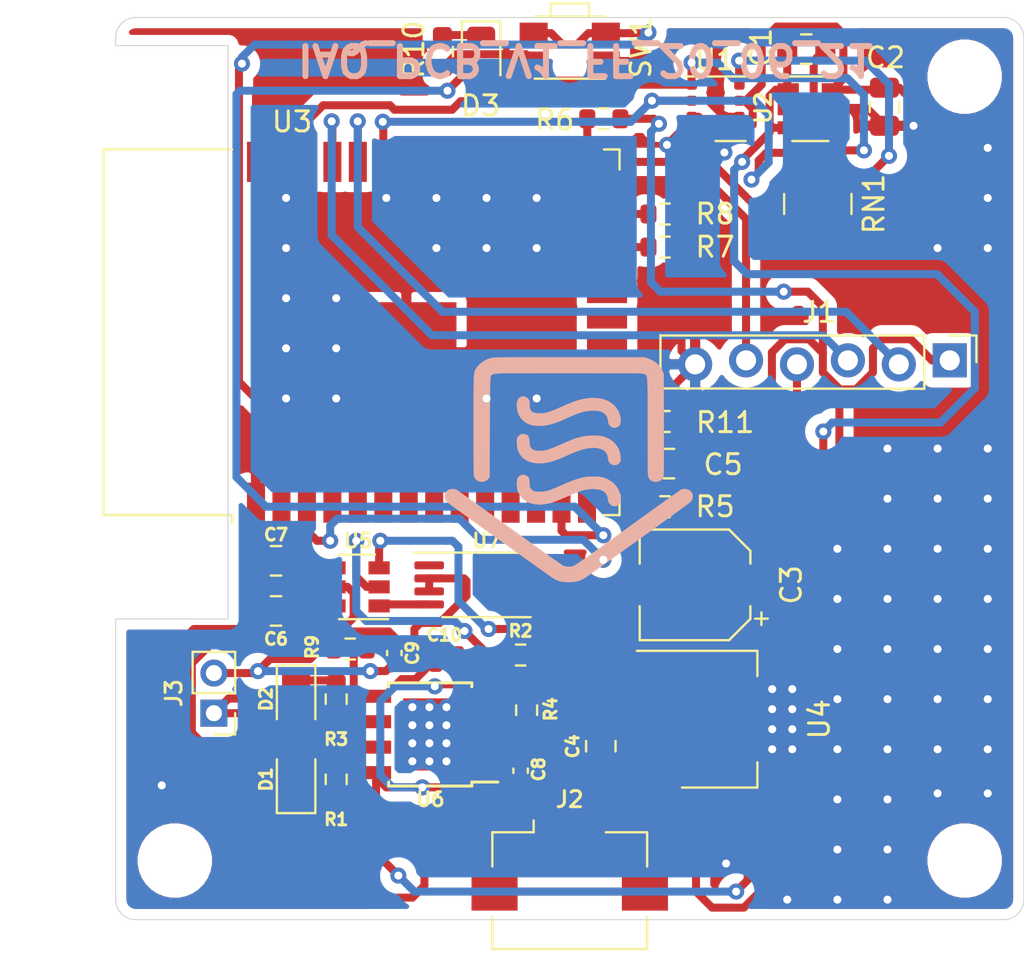
<source format=kicad_pcb>
(kicad_pcb (version 20171130) (host pcbnew "(5.1.10-1-10_14)")
  (layers (0 F.Cu signal) (31 B.Cu signal) (34 B.Paste user hide) (35 F.Paste user) (36 B.SilkS user hide) (37 F.SilkS user) (38 B.Mask user hide) (39 F.Mask user) (44 Edge.Cuts user))
  (net 0 "")
  (net 1 GND)
  (net 2 VCC)
  (net 3 +3V3)
  (net 4 /SDO_ADR)
  (net 5 /SDI_3V)
  (net 6 /SCK_3V)
  (net 7 VDDA)
  (net 8 /ESP_RX)
  (net 9 /ESP_TX)
  (net 10 /ESP_EN)
  (net 11 /ESP_I0)
  (net 12 VBUS)
  (net 13 VBat-)
  (net 14 "Net-(C9-Pad1)")
  (net 15 "Net-(D1-Pad1)")
  (net 16 "Net-(D2-Pad1)")
  (net 17 "Net-(D3-Pad1)")
  (net 18 /ESP_LED)
  (net 19 "Net-(J2-Pad6)")
  (net 20 "Net-(R1-Pad2)")
  (net 21 "Net-(R2-Pad1)")
  (net 22 "Net-(R3-Pad2)")
  (net 23 "Net-(R4-Pad2)")
  (net 24 /ESP_MTDO)
  (net 25 /ESP_I2)
  (net 26 /ESP_SW)
  (net 27 "Net-(RN1-Pad4)")
  (net 28 "Net-(U5-Pad1)")
  (net 29 "Net-(U5-Pad3)")
  (net 30 "Net-(J2-Pad2)")
  (net 31 "Net-(J2-Pad3)")
  (net 32 "Net-(J2-Pad4)")
  (net 33 "Net-(U2-Pad4)")
  (net 34 "Net-(U3-Pad4)")
  (net 35 "Net-(U3-Pad5)")
  (net 36 "Net-(U3-Pad6)")
  (net 37 "Net-(U3-Pad7)")
  (net 38 "Net-(U3-Pad8)")
  (net 39 "Net-(U3-Pad9)")
  (net 40 "Net-(U3-Pad10)")
  (net 41 "Net-(U3-Pad11)")
  (net 42 "Net-(U3-Pad12)")
  (net 43 "Net-(U3-Pad14)")
  (net 44 "Net-(U3-Pad17)")
  (net 45 "Net-(U3-Pad18)")
  (net 46 "Net-(U3-Pad19)")
  (net 47 "Net-(U3-Pad20)")
  (net 48 "Net-(U3-Pad21)")
  (net 49 "Net-(U3-Pad22)")
  (net 50 "Net-(U3-Pad26)")
  (net 51 "Net-(U3-Pad27)")
  (net 52 "Net-(U3-Pad28)")
  (net 53 "Net-(U3-Pad29)")
  (net 54 "Net-(U3-Pad30)")
  (net 55 "Net-(U3-Pad31)")
  (net 56 "Net-(U3-Pad32)")
  (net 57 "Net-(U3-Pad37)")
  (net 58 "Net-(U5-Pad4)")
  (net 59 "Net-(U7-Pad1)")
  (net 60 "Net-(U7-Pad8)")
  (module lib:iaq_logo (layer B.Cu) (at 66.6 98.55)
    (fp_text reference G*** hide)
    (fp_text value LOGO hide)
  )
  (module MountingHole:MountingHole_2.7mm_M2.5 (layer F.Cu) (at 86.35 78.95)
    (fp_text reference REF** hide)
    (fp_text value MountingHole_2.7mm_M2.5 hide)
    (pad 1 np_thru_hole circle (at 0 0) (size 2.7 2.7) (drill 2.7) (layers *.Cu *.Mask))
  )
  (module MountingHole:MountingHole_2.7mm_M2.5 (layer F.Cu) (at 86.35 118.05)
    (fp_text reference REF** hide)
    (fp_text value MountingHole_2.7mm_M2.5 hide)
    (pad 1 np_thru_hole circle (at 0 0) (size 2.7 2.7) (drill 2.7) (layers *.Cu *.Mask))
  )
  (module MountingHole:MountingHole_2.7mm_M2.5 (layer F.Cu) (at 46.95 118.05)
    (fp_text reference REF** hide)
    (fp_text value MountingHole_2.7mm_M2.5 hide)
    (pad 1 np_thru_hole circle (at 0 0) (size 2.7 2.7) (drill 2.7) (layers *.Cu *.Mask))
  )
  (module RF_Module:ESP32-WROOM-32 (layer F.Cu) (at 59.255 91.7 90)
    (fp_text reference U3 (at 10.5 -6.455) (layer F.SilkS))
    (fp_text value ESP32-WROOM-32 hide)
    (pad 39 smd rect (at -1 -0.755 90) (size 5 5) (layers F.Cu F.Paste F.Mask) (net 1 GND))
    (pad 1 smd rect (at -8.5 -8.255 90) (size 2 0.9) (layers F.Cu F.Paste F.Mask) (net 1 GND))
    (pad 2 smd rect (at -8.5 -6.985 90) (size 2 0.9) (layers F.Cu F.Paste F.Mask) (net 7 VDDA))
    (pad 3 smd rect (at -8.5 -5.715 90) (size 2 0.9) (layers F.Cu F.Paste F.Mask) (net 10 /ESP_EN))
    (pad 4 smd rect (at -8.5 -4.445 90) (size 2 0.9) (layers F.Cu F.Paste F.Mask) (net 34 "Net-(U3-Pad4)"))
    (pad 5 smd rect (at -8.5 -3.175 90) (size 2 0.9) (layers F.Cu F.Paste F.Mask) (net 35 "Net-(U3-Pad5)"))
    (pad 6 smd rect (at -8.5 -1.905 90) (size 2 0.9) (layers F.Cu F.Paste F.Mask) (net 36 "Net-(U3-Pad6)"))
    (pad 7 smd rect (at -8.5 -0.635 90) (size 2 0.9) (layers F.Cu F.Paste F.Mask) (net 37 "Net-(U3-Pad7)"))
    (pad 8 smd rect (at -8.5 0.635 90) (size 2 0.9) (layers F.Cu F.Paste F.Mask) (net 38 "Net-(U3-Pad8)"))
    (pad 9 smd rect (at -8.5 1.905 90) (size 2 0.9) (layers F.Cu F.Paste F.Mask) (net 39 "Net-(U3-Pad9)"))
    (pad 10 smd rect (at -8.5 3.175 90) (size 2 0.9) (layers F.Cu F.Paste F.Mask) (net 40 "Net-(U3-Pad10)"))
    (pad 11 smd rect (at -8.5 4.445 90) (size 2 0.9) (layers F.Cu F.Paste F.Mask) (net 41 "Net-(U3-Pad11)"))
    (pad 12 smd rect (at -8.5 5.715 90) (size 2 0.9) (layers F.Cu F.Paste F.Mask) (net 42 "Net-(U3-Pad12)"))
    (pad 13 smd rect (at -8.5 6.985 90) (size 2 0.9) (layers F.Cu F.Paste F.Mask) (net 18 /ESP_LED))
    (pad 14 smd rect (at -8.5 8.255 90) (size 2 0.9) (layers F.Cu F.Paste F.Mask) (net 43 "Net-(U3-Pad14)"))
    (pad 15 smd rect (at -5.715 9.255 180) (size 2 0.9) (layers F.Cu F.Paste F.Mask) (net 1 GND))
    (pad 16 smd rect (at -4.445 9.255 180) (size 2 0.9) (layers F.Cu F.Paste F.Mask) (net 26 /ESP_SW))
    (pad 17 smd rect (at -3.175 9.255 180) (size 2 0.9) (layers F.Cu F.Paste F.Mask) (net 44 "Net-(U3-Pad17)"))
    (pad 18 smd rect (at -1.905 9.255 180) (size 2 0.9) (layers F.Cu F.Paste F.Mask) (net 45 "Net-(U3-Pad18)"))
    (pad 19 smd rect (at -0.635 9.255 180) (size 2 0.9) (layers F.Cu F.Paste F.Mask) (net 46 "Net-(U3-Pad19)"))
    (pad 20 smd rect (at 0.635 9.255 180) (size 2 0.9) (layers F.Cu F.Paste F.Mask) (net 47 "Net-(U3-Pad20)"))
    (pad 21 smd rect (at 1.905 9.255 180) (size 2 0.9) (layers F.Cu F.Paste F.Mask) (net 48 "Net-(U3-Pad21)"))
    (pad 22 smd rect (at 3.175 9.255 180) (size 2 0.9) (layers F.Cu F.Paste F.Mask) (net 49 "Net-(U3-Pad22)"))
    (pad 23 smd rect (at 4.445 9.255 180) (size 2 0.9) (layers F.Cu F.Paste F.Mask) (net 24 /ESP_MTDO))
    (pad 24 smd rect (at 5.715 9.255 180) (size 2 0.9) (layers F.Cu F.Paste F.Mask) (net 25 /ESP_I2))
    (pad 25 smd rect (at 8.5 8.255 90) (size 2 0.9) (layers F.Cu F.Paste F.Mask) (net 11 /ESP_I0))
    (pad 26 smd rect (at 8.5 6.985 90) (size 2 0.9) (layers F.Cu F.Paste F.Mask) (net 50 "Net-(U3-Pad26)"))
    (pad 27 smd rect (at 8.5 5.715 90) (size 2 0.9) (layers F.Cu F.Paste F.Mask) (net 51 "Net-(U3-Pad27)"))
    (pad 28 smd rect (at 8.5 4.445 90) (size 2 0.9) (layers F.Cu F.Paste F.Mask) (net 52 "Net-(U3-Pad28)"))
    (pad 29 smd rect (at 8.5 3.175 90) (size 2 0.9) (layers F.Cu F.Paste F.Mask) (net 53 "Net-(U3-Pad29)"))
    (pad 30 smd rect (at 8.5 1.905 90) (size 2 0.9) (layers F.Cu F.Paste F.Mask) (net 54 "Net-(U3-Pad30)"))
    (pad 31 smd rect (at 8.5 0.635 90) (size 2 0.9) (layers F.Cu F.Paste F.Mask) (net 55 "Net-(U3-Pad31)"))
    (pad 32 smd rect (at 8.5 -0.635 90) (size 2 0.9) (layers F.Cu F.Paste F.Mask) (net 56 "Net-(U3-Pad32)"))
    (pad 33 smd rect (at 8.5 -1.905 90) (size 2 0.9) (layers F.Cu F.Paste F.Mask) (net 5 /SDI_3V))
    (pad 34 smd rect (at 8.5 -3.175 90) (size 2 0.9) (layers F.Cu F.Paste F.Mask) (net 8 /ESP_RX))
    (pad 35 smd rect (at 8.5 -4.445 90) (size 2 0.9) (layers F.Cu F.Paste F.Mask) (net 9 /ESP_TX))
    (pad 36 smd rect (at 8.5 -5.715 90) (size 2 0.9) (layers F.Cu F.Paste F.Mask) (net 6 /SCK_3V))
    (pad 37 smd rect (at 8.5 -6.985 90) (size 2 0.9) (layers F.Cu F.Paste F.Mask) (net 57 "Net-(U3-Pad37)"))
    (pad 38 smd rect (at 8.5 -8.255 90) (size 2 0.9) (layers F.Cu F.Paste F.Mask) (net 1 GND))
  )
  (module Package_LGA:Bosch_LGA-8_3x3mm_P0.8mm_ClockwisePinNumbering (layer F.Cu) (at 73.925 80.55 90)
    (fp_text reference U1 (at 2.45 -0.025 180) (layer F.SilkS))
    (fp_text value BME680 hide)
    (pad 1 smd roundrect (at -1.2 -1.1875 90) (size 0.5 0.525) (layers F.Cu F.Paste F.Mask) (net 1 GND))
    (pad 2 smd roundrect (at -0.4 -1.1875 90) (size 0.5 0.525) (layers F.Cu F.Paste F.Mask) (net 27 "Net-(RN1-Pad4)"))
    (pad 3 smd roundrect (at 0.4 -1.1875 90) (size 0.5 0.525) (layers F.Cu F.Paste F.Mask) (net 5 /SDI_3V))
    (pad 4 smd roundrect (at 1.2 -1.1875 90) (size 0.5 0.525) (layers F.Cu F.Paste F.Mask) (net 6 /SCK_3V))
    (pad 5 smd roundrect (at 1.2 1.1875 90) (size 0.5 0.525) (layers F.Cu F.Paste F.Mask) (net 4 /SDO_ADR))
    (pad 6 smd roundrect (at 0.4 1.1875 90) (size 0.5 0.525) (layers F.Cu F.Paste F.Mask) (net 3 +3V3))
    (pad 7 smd roundrect (at -0.4 1.1875 90) (size 0.5 0.525) (layers F.Cu F.Paste F.Mask) (net 1 GND))
    (pad 8 smd roundrect (at -1.2 1.1875 90) (size 0.5 0.525) (layers F.Cu F.Paste F.Mask) (net 3 +3V3))
  )
  (module Package_TO_SOT_SMD:SOT-23-5 (layer F.Cu) (at 78.65 80.55)
    (fp_text reference U2 (at -2.35 -0.05 90) (layer F.SilkS) (effects (font (size 0.8 0.8))))
    (fp_text value MIC5255-3.3 hide)
    (pad 1 smd rect (at -1.1 -0.95) (size 1.06 0.65) (layers F.Cu F.Paste F.Mask) (net 2 VCC))
    (pad 2 smd rect (at -1.1 0) (size 1.06 0.65) (layers F.Cu F.Paste F.Mask) (net 1 GND))
    (pad 3 smd rect (at -1.1 0.95) (size 1.06 0.65) (layers F.Cu F.Paste F.Mask) (net 2 VCC))
    (pad 4 smd rect (at 1.1 0.95) (size 1.06 0.65) (layers F.Cu F.Paste F.Mask) (net 33 "Net-(U2-Pad4)"))
    (pad 5 smd rect (at 1.1 -0.95) (size 1.06 0.65) (layers F.Cu F.Paste F.Mask) (net 3 +3V3))
  )
  (module Package_TO_SOT_SMD:SOT-223 (layer F.Cu) (at 74.1 111)
    (fp_text reference U4 (at 5 0 -90) (layer F.SilkS))
    (fp_text value TC1262-33 hide)
    (pad 4 smd rect (at 3.15 0) (size 2 3.8) (layers F.Cu F.Paste F.Mask) (net 1 GND))
    (pad 2 smd rect (at -3.15 0) (size 2 1.5) (layers F.Cu F.Paste F.Mask) (net 1 GND))
    (pad 3 smd rect (at -3.15 2.3) (size 2 1.5) (layers F.Cu F.Paste F.Mask) (net 7 VDDA))
    (pad 1 smd rect (at -3.15 -2.3) (size 2 1.5) (layers F.Cu F.Paste F.Mask) (net 2 VCC))
  )
  (module Capacitor_SMD:CP_Elec_5x5.9 (layer F.Cu) (at 72.9 104.3 180)
    (fp_text reference C3 (at -4.8 0 270) (layer F.SilkS))
    (fp_text value "7S 100 16V" hide)
    (pad 1 smd roundrect (at -2.2 0 180) (size 3 1.6) (layers F.Cu F.Paste F.Mask) (roundrect_rratio 0.15625) (net 2 VCC))
    (pad 2 smd roundrect (at 2.2 0 180) (size 3 1.6) (layers F.Cu F.Paste F.Mask) (roundrect_rratio 0.15625) (net 1 GND))
  )
  (module Capacitor_SMD:C_0805_2012Metric (layer F.Cu) (at 78.45 77.575)
    (fp_text reference C1 (at -2.25 -0.075 90) (layer F.SilkS))
    (fp_text value 10uF hide)
    (pad 2 smd roundrect (at 0.95 0) (size 1 1.45) (layers F.Cu F.Paste F.Mask) (net 1 GND))
    (pad 1 smd roundrect (at -0.95 0) (size 1 1.45) (layers F.Cu F.Paste F.Mask) (net 2 VCC))
  )
  (module Capacitor_SMD:C_0805_2012Metric (layer F.Cu) (at 82.35 80.45 270)
    (fp_text reference C2 (at -2.45 -0.05) (layer F.SilkS))
    (fp_text value 10uF hide)
    (pad 1 smd roundrect (at -0.95 0 270) (size 1 1.45) (layers F.Cu F.Paste F.Mask) (net 3 +3V3))
    (pad 2 smd roundrect (at 0.95 0 270) (size 1 1.45) (layers F.Cu F.Paste F.Mask) (net 1 GND))
  )
  (module Capacitor_SMD:C_0805_2012Metric (layer F.Cu) (at 68.2 112.35 90)
    (fp_text reference C4 (at 0 -1.4 90) (layer F.SilkS) (effects (font (size 0.6 0.6))))
    (fp_text value 10uF hide)
    (pad 1 smd roundrect (at -0.95 0 90) (size 1 1.45) (layers F.Cu F.Paste F.Mask) (net 7 VDDA))
    (pad 2 smd roundrect (at 0.95 0 90) (size 1 1.45) (layers F.Cu F.Paste F.Mask) (net 1 GND))
  )
  (module Capacitor_SMD:C_0805_2012Metric (layer F.Cu) (at 71.6 98.25 180)
    (fp_text reference C5 (at -2.7 -0.05) (layer F.SilkS))
    (fp_text value "0.1uF/50V(10%)" hide)
    (pad 1 smd roundrect (at -0.95 0 180) (size 1 1.45) (layers F.Cu F.Paste F.Mask) (net 1 GND))
    (pad 2 smd roundrect (at 0.95 0 180) (size 1 1.45) (layers F.Cu F.Paste F.Mask) (net 10 /ESP_EN))
  )
  (module Capacitor_SMD:C_0805_2012Metric (layer F.Cu) (at 52 105.6)
    (fp_text reference C6 (at 0 1.4) (layer F.SilkS) (effects (font (size 0.6 0.6))))
    (fp_text value "22uF/10V(20%)" hide)
    (pad 2 smd roundrect (at 0.95 0) (size 1 1.45) (layers F.Cu F.Paste F.Mask) (net 7 VDDA))
    (pad 1 smd roundrect (at -0.95 0) (size 1 1.45) (layers F.Cu F.Paste F.Mask) (net 1 GND))
  )
  (module Capacitor_SMD:C_0805_2012Metric (layer F.Cu) (at 52 103.1 180)
    (fp_text reference C7 (at 0 1.3) (layer F.SilkS) (effects (font (size 0.6 0.6))))
    (fp_text value "0.1uF/50V(10%)" hide)
    (pad 1 smd roundrect (at -0.95 0 180) (size 1 1.45) (layers F.Cu F.Paste F.Mask) (net 7 VDDA))
    (pad 2 smd roundrect (at 0.95 0 180) (size 1 1.45) (layers F.Cu F.Paste F.Mask) (net 1 GND))
  )
  (module Capacitor_SMD:C_0402_1005Metric (layer F.Cu) (at 64.2 113.57 90)
    (fp_text reference C8 (at 0.07 0.9 270) (layer F.SilkS) (effects (font (size 0.6 0.6))))
    (fp_text value 100nF hide)
    (pad 1 smd roundrect (at -0.48 0 90) (size 0.56 0.62) (layers F.Cu F.Paste F.Mask) (net 12 VBUS))
    (pad 2 smd roundrect (at 0.48 0 90) (size 0.56 0.62) (layers F.Cu F.Paste F.Mask) (net 1 GND))
  )
  (module Capacitor_SMD:C_0402_1005Metric (layer F.Cu) (at 57.9 107.7 270)
    (fp_text reference C9 (at 0 -0.9 270) (layer F.SilkS) (effects (font (size 0.6 0.6))))
    (fp_text value 100nF hide)
    (pad 2 smd roundrect (at 0.48 0 270) (size 0.56 0.62) (layers F.Cu F.Paste F.Mask) (net 13 VBat-))
    (pad 1 smd roundrect (at -0.48 0 270) (size 0.56 0.62) (layers F.Cu F.Paste F.Mask) (net 14 "Net-(C9-Pad1)"))
  )
  (module Capacitor_SMD:C_0504_1310Metric (layer F.Cu) (at 60.5 108)
    (fp_text reference C10 (at -0.1 -1.2) (layer F.SilkS) (effects (font (size 0.6 0.6))))
    (fp_text value 10uF hide)
    (pad 1 smd roundrect (at -0.54 0) (size 0.66 1.28) (layers F.Cu F.Paste F.Mask) (net 2 VCC))
    (pad 2 smd roundrect (at 0.54 0) (size 0.66 1.28) (layers F.Cu F.Paste F.Mask) (net 1 GND))
  )
  (module LED_SMD:LED_0805_2012Metric (layer F.Cu) (at 53 114 90)
    (fp_text reference D1 (at 0 -1.5 90) (layer F.SilkS) (effects (font (size 0.6 0.6))))
    (fp_text value LED hide)
    (pad 1 smd roundrect (at -0.9375 0 90) (size 0.975 1.4) (layers F.Cu F.Paste F.Mask) (net 15 "Net-(D1-Pad1)"))
    (pad 2 smd roundrect (at 0.9375 0 90) (size 0.975 1.4) (layers F.Cu F.Paste F.Mask) (net 12 VBUS))
  )
  (module LED_SMD:LED_0805_2012Metric (layer F.Cu) (at 53 110 270)
    (fp_text reference D2 (at 0 1.5 90) (layer F.SilkS) (effects (font (size 0.6 0.6))))
    (fp_text value LED hide)
    (pad 2 smd roundrect (at 0.9375 0 270) (size 0.975 1.4) (layers F.Cu F.Paste F.Mask) (net 12 VBUS))
    (pad 1 smd roundrect (at -0.9375 0 270) (size 0.975 1.4) (layers F.Cu F.Paste F.Mask) (net 16 "Net-(D2-Pad1)"))
  )
  (module LED_SMD:LED_0805_2012Metric (layer F.Cu) (at 62.23 77.88 270)
    (fp_text reference D3 (at 2.52 0.03) (layer F.SilkS))
    (fp_text value LED hide)
    (pad 1 smd roundrect (at -0.9375 0 270) (size 0.975 1.4) (layers F.Cu F.Paste F.Mask) (net 17 "Net-(D3-Pad1)"))
    (pad 2 smd roundrect (at 0.9375 0 270) (size 0.975 1.4) (layers F.Cu F.Paste F.Mask) (net 18 /ESP_LED))
  )
  (module Connector_USB:USB_Micro_SMD_China (layer F.Cu) (at 66.65 114)
    (fp_text reference J2 (at 0 1) (layer F.SilkS) (effects (font (size 0.8 0.8))))
    (fp_text value USB_B_Micro hide)
    (pad 6 smd rect (at 3.75 5.6) (size 2.3 1.9) (layers F.Cu F.Paste F.Mask) (net 19 "Net-(J2-Pad6)"))
    (pad 5 smd rect (at 1.3 2.75) (size 0.4 1.4) (layers F.Cu F.Paste F.Mask) (net 1 GND))
    (pad 6 smd rect (at -3.75 5.6) (size 2.3 1.9) (layers F.Cu F.Paste F.Mask) (net 19 "Net-(J2-Pad6)"))
    (pad 1 smd rect (at -1.3 2.75) (size 0.4 1.4) (layers F.Cu F.Paste F.Mask) (net 12 VBUS))
    (pad 2 smd rect (at -0.65 2.75) (size 0.4 1.4) (layers F.Cu F.Paste F.Mask) (net 30 "Net-(J2-Pad2)"))
    (pad 3 smd rect (at 0 2.75) (size 0.4 1.4) (layers F.Cu F.Paste F.Mask) (net 31 "Net-(J2-Pad3)"))
    (pad 4 smd rect (at 0.65 2.75) (size 0.4 1.4) (layers F.Cu F.Paste F.Mask) (net 32 "Net-(J2-Pad4)"))
  )
  (module Resistor_SMD:R_0603_1608Metric (layer F.Cu) (at 55 114 90)
    (fp_text reference R1 (at -2 0 180) (layer F.SilkS) (effects (font (size 0.6 0.6))))
    (fp_text value 1K hide)
    (pad 1 smd roundrect (at -0.825 0 90) (size 0.8 0.95) (layers F.Cu F.Paste F.Mask) (net 15 "Net-(D1-Pad1)"))
    (pad 2 smd roundrect (at 0.825 0 90) (size 0.8 0.95) (layers F.Cu F.Paste F.Mask) (net 20 "Net-(R1-Pad2)"))
  )
  (module Resistor_SMD:R_0603_1608Metric (layer F.Cu) (at 64.2 107.8)
    (fp_text reference R2 (at 0 -1.2) (layer F.SilkS) (effects (font (size 0.6 0.6))))
    (fp_text value 1K hide)
    (pad 1 smd roundrect (at -0.825 0) (size 0.8 0.95) (layers F.Cu F.Paste F.Mask) (net 21 "Net-(R2-Pad1)"))
    (pad 2 smd roundrect (at 0.825 0) (size 0.8 0.95) (layers F.Cu F.Paste F.Mask) (net 1 GND))
  )
  (module Resistor_SMD:R_0603_1608Metric (layer F.Cu) (at 55 110 270)
    (fp_text reference R3 (at 2 0 180) (layer F.SilkS) (effects (font (size 0.6 0.6))))
    (fp_text value 1K hide)
    (pad 2 smd roundrect (at 0.825 0 270) (size 0.8 0.95) (layers F.Cu F.Paste F.Mask) (net 22 "Net-(R3-Pad2)"))
    (pad 1 smd roundrect (at -0.825 0 270) (size 0.8 0.95) (layers F.Cu F.Paste F.Mask) (net 16 "Net-(D2-Pad1)"))
  )
  (module Resistor_SMD:R_0603_1608Metric (layer F.Cu) (at 64.5 110.55 270)
    (fp_text reference R4 (at -0.05 -1.2 90) (layer F.SilkS) (effects (font (size 0.6 0.6))))
    (fp_text value 1.2K hide)
    (pad 1 smd roundrect (at -0.825 0 270) (size 0.8 0.95) (layers F.Cu F.Paste F.Mask) (net 1 GND))
    (pad 2 smd roundrect (at 0.825 0 270) (size 0.8 0.95) (layers F.Cu F.Paste F.Mask) (net 23 "Net-(R4-Pad2)"))
  )
  (module Resistor_SMD:R_0603_1608Metric (layer F.Cu) (at 71.4 100.4)
    (fp_text reference R5 (at 2.5 0) (layer F.SilkS))
    (fp_text value 10K hide)
    (pad 2 smd roundrect (at 0.825 0) (size 0.8 0.95) (layers F.Cu F.Paste F.Mask) (net 7 VDDA))
    (pad 1 smd roundrect (at -0.825 0) (size 0.8 0.95) (layers F.Cu F.Paste F.Mask) (net 10 /ESP_EN))
  )
  (module Resistor_SMD:R_0603_1608Metric (layer F.Cu) (at 68.35 81.05)
    (fp_text reference R6 (at -2.45 0.05) (layer F.SilkS))
    (fp_text value 10K hide)
    (pad 1 smd roundrect (at -0.825 0) (size 0.8 0.95) (layers F.Cu F.Paste F.Mask) (net 11 /ESP_I0))
    (pad 2 smd roundrect (at 0.825 0) (size 0.8 0.95) (layers F.Cu F.Paste F.Mask) (net 7 VDDA))
  )
  (module Resistor_SMD:R_0603_1608Metric (layer F.Cu) (at 71.4 87.45)
    (fp_text reference R7 (at 2.5 0) (layer F.SilkS))
    (fp_text value 10K hide)
    (pad 1 smd roundrect (at -0.825 0) (size 0.8 0.95) (layers F.Cu F.Paste F.Mask) (net 24 /ESP_MTDO))
    (pad 2 smd roundrect (at 0.825 0) (size 0.8 0.95) (layers F.Cu F.Paste F.Mask) (net 1 GND))
  )
  (module Resistor_SMD:R_0603_1608Metric (layer F.Cu) (at 71.4 85.8)
    (fp_text reference R8 (at 2.5 0) (layer F.SilkS))
    (fp_text value 10K hide)
    (pad 2 smd roundrect (at 0.825 0) (size 0.8 0.95) (layers F.Cu F.Paste F.Mask) (net 1 GND))
    (pad 1 smd roundrect (at -0.825 0) (size 0.8 0.95) (layers F.Cu F.Paste F.Mask) (net 25 /ESP_I2))
  )
  (module Resistor_SMD:R_0603_1608Metric (layer F.Cu) (at 55.7 107.5)
    (fp_text reference R9 (at -1.9 -0.1 90) (layer F.SilkS) (effects (font (size 0.6 0.6))))
    (fp_text value 100 hide)
    (pad 2 smd roundrect (at 0.825 0) (size 0.8 0.95) (layers F.Cu F.Paste F.Mask) (net 2 VCC))
    (pad 1 smd roundrect (at -0.825 0) (size 0.8 0.95) (layers F.Cu F.Paste F.Mask) (net 14 "Net-(C9-Pad1)"))
  )
  (module Resistor_SMD:R_0603_1608Metric (layer F.Cu) (at 60.3 77.7 90)
    (fp_text reference R10 (at 0.1 -1.43 270) (layer F.SilkS))
    (fp_text value 1K hide)
    (pad 2 smd roundrect (at 0.825 0 90) (size 0.8 0.95) (layers F.Cu F.Paste F.Mask) (net 17 "Net-(D3-Pad1)"))
    (pad 1 smd roundrect (at -0.825 0 90) (size 0.8 0.95) (layers F.Cu F.Paste F.Mask) (net 1 GND))
  )
  (module Resistor_SMD:R_0603_1608Metric (layer F.Cu) (at 71.4 96.15)
    (fp_text reference R11 (at 3 0.05) (layer F.SilkS))
    (fp_text value 10K hide)
    (pad 1 smd roundrect (at -0.825 0) (size 0.8 0.95) (layers F.Cu F.Paste F.Mask) (net 26 /ESP_SW))
    (pad 2 smd roundrect (at 0.825 0) (size 0.8 0.95) (layers F.Cu F.Paste F.Mask) (net 7 VDDA))
  )
  (module Button_Switch_SMD:SW_SPST_EVQP7C (layer F.Cu) (at 66.65 77.5 180)
    (fp_text reference SW1 (at -3.55 0 270) (layer F.SilkS))
    (fp_text value SW_Push hide)
    (pad 1 smd rect (at 1.8 -0.72 180) (size 1.4 1.05) (layers F.Cu F.Paste F.Mask) (net 1 GND))
    (pad 1 smd rect (at -1.8 -0.72 180) (size 1.4 1.05) (layers F.Cu F.Paste F.Mask) (net 1 GND))
    (pad 2 smd rect (at 1.8 0.72 180) (size 1.4 1.05) (layers F.Cu F.Paste F.Mask) (net 26 /ESP_SW))
    (pad 2 smd rect (at -1.8 0.72 180) (size 1.4 1.05) (layers F.Cu F.Paste F.Mask) (net 26 /ESP_SW))
    (pad "" np_thru_hole circle (at 0 -0.9 180) (size 0.7 0.7) (drill 0.7) (layers *.Cu *.Mask))
    (pad "" np_thru_hole circle (at 0 0.9 180) (size 0.7 0.7) (drill 0.7) (layers *.Cu *.Mask))
  )
  (module Package_TO_SOT_SMD:SOT-23-6 (layer F.Cu) (at 56.04 104.4 180)
    (fp_text reference U5 (at -0.06 2.3) (layer F.SilkS) (effects (font (size 0.7 0.7))))
    (fp_text value DW01 hide)
    (pad 1 smd rect (at -1.1 -0.95 180) (size 1.06 0.65) (layers F.Cu F.Paste F.Mask) (net 28 "Net-(U5-Pad1)"))
    (pad 2 smd rect (at -1.1 0 180) (size 1.06 0.65) (layers F.Cu F.Paste F.Mask) (net 21 "Net-(R2-Pad1)"))
    (pad 3 smd rect (at -1.1 0.95 180) (size 1.06 0.65) (layers F.Cu F.Paste F.Mask) (net 29 "Net-(U5-Pad3)"))
    (pad 4 smd rect (at 1.1 0.95 180) (size 1.06 0.65) (layers F.Cu F.Paste F.Mask) (net 58 "Net-(U5-Pad4)"))
    (pad 6 smd rect (at 1.1 -0.95 180) (size 1.06 0.65) (layers F.Cu F.Paste F.Mask) (net 13 VBat-))
    (pad 5 smd rect (at 1.1 0 180) (size 1.06 0.65) (layers F.Cu F.Paste F.Mask) (net 14 "Net-(C9-Pad1)"))
  )
  (module lib:TP4056_SOP-8-PP (layer F.Cu) (at 59.69 111.76 180)
    (fp_text reference U6 (at -0.01 -3.24 180) (layer F.SilkS) (effects (font (size 0.7 0.7))))
    (fp_text value TP4056 hide)
    (pad 1 smd rect (at -2.7 -1.905 180) (size 1.5 0.65) (layers F.Cu F.Paste F.Mask) (net 1 GND))
    (pad 2 smd rect (at -2.7 -0.635 180) (size 1.5 0.65) (layers F.Cu F.Paste F.Mask) (net 23 "Net-(R4-Pad2)"))
    (pad 3 smd rect (at -2.7 0.635 180) (size 1.5 0.65) (layers F.Cu F.Paste F.Mask) (net 1 GND))
    (pad 4 smd rect (at -2.7 1.905 180) (size 1.5 0.65) (layers F.Cu F.Paste F.Mask) (net 12 VBUS))
    (pad 5 smd rect (at 2.7 1.905 180) (size 1.5 0.65) (layers F.Cu F.Paste F.Mask) (net 2 VCC))
    (pad 6 smd rect (at 2.7 0.635 180) (size 1.5 0.65) (layers F.Cu F.Paste F.Mask) (net 22 "Net-(R3-Pad2)"))
    (pad 7 smd rect (at 2.7 -0.635 180) (size 1.5 0.65) (layers F.Cu F.Paste F.Mask) (net 20 "Net-(R1-Pad2)"))
    (pad 8 smd rect (at 2.7 -1.905 180) (size 1.5 0.65) (layers F.Cu F.Paste F.Mask) (net 12 VBUS))
    (pad 9 smd rect (at 0 0 180) (size 2.7 3.6) (layers F.Cu F.Paste F.Mask) (net 1 GND))
  )
  (module Package_SO:TSSOP-8_4.4x3mm_P0.65mm (layer F.Cu) (at 62.5 104.3)
    (fp_text reference U7 (at 0 -2.2) (layer F.SilkS) (effects (font (size 0.7 0.7))))
    (fp_text value FS8205A hide)
    (pad 1 smd roundrect (at -2.8625 -0.975) (size 1.475 0.4) (layers F.Cu F.Paste F.Mask) (net 59 "Net-(U7-Pad1)"))
    (pad 2 smd roundrect (at -2.8625 -0.325) (size 1.475 0.4) (layers F.Cu F.Paste F.Mask) (net 13 VBat-))
    (pad 3 smd roundrect (at -2.8625 0.325) (size 1.475 0.4) (layers F.Cu F.Paste F.Mask) (net 13 VBat-))
    (pad 4 smd roundrect (at -2.8625 0.975) (size 1.475 0.4) (layers F.Cu F.Paste F.Mask) (net 28 "Net-(U5-Pad1)"))
    (pad 5 smd roundrect (at 2.8625 0.975) (size 1.475 0.4) (layers F.Cu F.Paste F.Mask) (net 29 "Net-(U5-Pad3)"))
    (pad 6 smd roundrect (at 2.8625 0.325) (size 1.475 0.4) (layers F.Cu F.Paste F.Mask) (net 1 GND))
    (pad 7 smd roundrect (at 2.8625 -0.325) (size 1.475 0.4) (layers F.Cu F.Paste F.Mask) (net 1 GND))
    (pad 8 smd roundrect (at 2.8625 -0.975) (size 1.475 0.4) (layers F.Cu F.Paste F.Mask) (net 60 "Net-(U7-Pad8)"))
  )
  (module Connector_PinHeader_2.00mm:PinHeader_1x02_P2.00mm_Vertical (layer F.Cu) (at 48.9 110.7 180)
    (fp_text reference J3 (at 2 1 90) (layer F.SilkS) (effects (font (size 0.8 0.8))))
    (fp_text value Conn_01x02 hide)
    (pad 1 thru_hole rect (at 0 0 180) (size 1.35 1.35) (drill 0.8) (layers *.Cu *.Mask) (net 2 VCC))
    (pad 2 thru_hole oval (at 0 2 180) (size 1.35 1.35) (drill 0.8) (layers *.Cu *.Mask) (net 13 VBat-))
  )
  (module Connector:2.54-programming-header (layer F.Cu) (at 86.375 96.8 270)
    (fp_text reference J1 (at -6.1 7.275) (layer F.SilkS))
    (fp_text value Conn_01x06 hide)
    (pad 3 thru_hole oval (at -3.7 5.85 270) (size 1.7 1.7) (drill 1) (layers *.Cu *.Mask) (net 9 /ESP_TX))
    (pad 2 thru_hole oval (at -3.5 3.31 270) (size 1.7 1.7) (drill 1) (layers *.Cu *.Mask) (net 8 /ESP_RX))
    (pad 6 thru_hole oval (at -3.5 13.47 270) (size 1.7 1.7) (drill 1) (layers *.Cu *.Mask) (net 1 GND))
    (pad 5 thru_hole oval (at -3.7 10.93 270) (size 1.7 1.7) (drill 1) (layers *.Cu *.Mask) (net 11 /ESP_I0))
    (pad 4 thru_hole oval (at -3.5 8.39 270) (size 1.7 1.7) (drill 1) (layers *.Cu *.Mask) (net 10 /ESP_EN))
    (pad 1 thru_hole rect (at -3.7 0.77 270) (size 1.7 1.7) (drill 1) (layers *.Cu *.Mask) (net 7 VDDA))
  )
  (module Resistor_SMD:R_Array_Convex_4x0603 (layer F.Cu) (at 79.025 85.3 270)
    (fp_text reference RN1 (at 0 -2.8 90) (layer F.SilkS))
    (fp_text value R_Pack04)
    (pad 1 smd rect (at -0.9 -1.2 270) (size 0.8 0.5) (layers F.Cu F.Paste F.Mask) (net 4 /SDO_ADR))
    (pad 3 smd rect (at -0.9 0.4 270) (size 0.8 0.4) (layers F.Cu F.Paste F.Mask) (net 5 /SDI_3V))
    (pad 2 smd rect (at -0.9 -0.4 270) (size 0.8 0.4) (layers F.Cu F.Paste F.Mask) (net 6 /SCK_3V))
    (pad 4 smd rect (at -0.9 1.2 270) (size 0.8 0.5) (layers F.Cu F.Paste F.Mask) (net 27 "Net-(RN1-Pad4)"))
    (pad 7 smd rect (at 0.9 -0.4 270) (size 0.8 0.4) (layers F.Cu F.Paste F.Mask) (net 3 +3V3))
    (pad 8 smd rect (at 0.9 -1.2 270) (size 0.8 0.5) (layers F.Cu F.Paste F.Mask) (net 3 +3V3))
    (pad 6 smd rect (at 0.9 0.4 270) (size 0.8 0.4) (layers F.Cu F.Paste F.Mask) (net 3 +3V3))
    (pad 5 smd rect (at 0.9 1.2 270) (size 0.8 0.5) (layers F.Cu F.Paste F.Mask) (net 3 +3V3))
  )
  (gr_text IAQ_PCB_V1_FF_20_06_21 (at 67.5 78.1 180) (layer B.SilkS) (effects (font (size 1.5 1.5) (thickness 0.3)) (justify mirror)))
  (gr_line (start 89.3 77) (end 89.3 77.9) (layer Edge.Cuts) (width 0.05))
  (gr_line (start 88.3 76) (end 84.5 76) (layer Edge.Cuts) (width 0.05))
  (gr_line (start 89.3 87.2) (end 89.3 77.9) (layer Edge.Cuts) (width 0.05))
  (gr_line (start 89.3 106.3) (end 89.3 87.2) (layer Edge.Cuts) (width 0.05))
  (gr_line (start 89.3 120) (end 89.3 106.3) (layer Edge.Cuts) (width 0.05))
  (gr_line (start 88.3 121) (end 84.5 121) (layer Edge.Cuts) (width 0.05))
  (gr_line (start 84.5 121) (end 45 121) (layer Edge.Cuts) (width 0.05))
  (gr_line (start 72.7 76) (end 84.5 76) (layer Edge.Cuts) (width 0.05))
  (gr_line (start 58.4 76) (end 72.7 76) (layer Edge.Cuts) (width 0.05))
  (gr_line (start 45 76) (end 58.4 76) (layer Edge.Cuts) (width 0.05))
  (gr_line (start 44 77) (end 44 77.4) (layer Edge.Cuts) (width 0.05))
  (gr_line (start 49.6 77.4) (end 44 77.4) (layer Edge.Cuts) (width 0.05))
  (gr_line (start 49.6 82.4) (end 49.6 77.4) (layer Edge.Cuts) (width 0.05))
  (gr_line (start 49.6 88.1) (end 49.6 82.4) (layer Edge.Cuts) (width 0.05))
  (gr_line (start 49.6 93.2) (end 49.6 88.1) (layer Edge.Cuts) (width 0.05))
  (gr_line (start 49.6 97.9) (end 49.6 93.2) (layer Edge.Cuts) (width 0.05))
  (gr_line (start 49.6 101.5) (end 49.6 97.9) (layer Edge.Cuts) (width 0.05))
  (gr_line (start 49.6 106) (end 49.6 101.5) (layer Edge.Cuts) (width 0.05))
  (gr_line (start 49.5 106) (end 49.6 106) (layer Edge.Cuts) (width 0.05))
  (gr_line (start 44 106) (end 49.5 106) (layer Edge.Cuts) (width 0.05))
  (gr_line (start 44 120) (end 44 106) (layer Edge.Cuts) (width 0.05))
  (gr_arc (start 88.3 120) (end 88.3 121) (angle -90) (layer Edge.Cuts) (width 0.05))
  (gr_arc (start 88.3 77) (end 89.3 77) (angle -90) (layer Edge.Cuts) (width 0.05))
  (gr_arc (start 45 77) (end 45 76) (angle -90) (layer Edge.Cuts) (width 0.05))
  (gr_arc (start 45 120) (end 44 120) (angle -90) (layer Edge.Cuts) (width 0.05))
  (via (at 59.65 110.4) (size 0.8) (drill 0.4) (layers F.Cu B.Cu) (net 1))
  (via (at 59.65 111.3) (size 0.8) (drill 0.4) (layers F.Cu B.Cu) (net 1))
  (via (at 59.65 112.2) (size 0.8) (drill 0.4) (layers F.Cu B.Cu) (net 1))
  (via (at 59.65 113.1) (size 0.8) (drill 0.4) (layers F.Cu B.Cu) (net 1))
  (via (at 60.5 113.1) (size 0.8) (drill 0.4) (layers F.Cu B.Cu) (net 1))
  (via (at 60.5 112.2) (size 0.8) (drill 0.4) (layers F.Cu B.Cu) (net 1))
  (via (at 60.5 111.3) (size 0.8) (drill 0.4) (layers F.Cu B.Cu) (net 1))
  (via (at 60.5 110.4) (size 0.8) (drill 0.4) (layers F.Cu B.Cu) (net 1))
  (via (at 58.8 110.4) (size 0.8) (drill 0.4) (layers F.Cu B.Cu) (net 1))
  (via (at 58.8 111.3) (size 0.8) (drill 0.4) (layers F.Cu B.Cu) (net 1))
  (via (at 58.8 112.2) (size 0.8) (drill 0.4) (layers F.Cu B.Cu) (net 1))
  (via (at 58.8 113.1) (size 0.8) (drill 0.4) (layers F.Cu B.Cu) (net 1))
  (via (at 77.75 110.5) (size 0.8) (drill 0.4) (layers F.Cu B.Cu) (net 1))
  (via (at 77.75 111.5) (size 0.8) (drill 0.4) (layers F.Cu B.Cu) (net 1))
  (via (at 77.75 112.5) (size 0.8) (drill 0.4) (layers F.Cu B.Cu) (net 1))
  (via (at 76.75 112.5) (size 0.8) (drill 0.4) (layers F.Cu B.Cu) (net 1))
  (via (at 76.75 111.5) (size 0.8) (drill 0.4) (layers F.Cu B.Cu) (net 1))
  (via (at 76.75 110.5) (size 0.8) (drill 0.4) (layers F.Cu B.Cu) (net 1))
  (via (at 77.75 109.5) (size 0.8) (drill 0.4) (layers F.Cu B.Cu) (net 1))
  (via (at 76.75 109.5) (size 0.8) (drill 0.4) (layers F.Cu B.Cu) (net 1))
  (segment (start 51.05 103.1) (end 51.05 105.6) (width 0.4) (layer F.Cu) (net 1))
  (segment (start 63.89 113.09) (end 64.2 113.09) (width 0.4) (layer F.Cu) (net 1))
  (segment (start 63.315 113.665) (end 63.89 113.09) (width 0.4) (layer F.Cu) (net 1))
  (segment (start 62.39 113.665) (end 63.315 113.665) (width 0.4) (layer F.Cu) (net 1))
  (segment (start 63.1 111.125) (end 64.5 109.725) (width 0.4) (layer F.Cu) (net 1))
  (segment (start 62.39 111.125) (end 63.1 111.125) (width 0.4) (layer F.Cu) (net 1))
  (segment (start 51 103.05) (end 51.05 103.1) (width 0.4) (layer F.Cu) (net 1))
  (segment (start 51 100.2) (end 51 103.05) (width 0.4) (layer F.Cu) (net 1))
  (segment (start 63.45001 108.67501) (end 64.5 109.725) (width 0.4) (layer F.Cu) (net 1))
  (segment (start 61.71501 108.67501) (end 63.45001 108.67501) (width 0.4) (layer F.Cu) (net 1))
  (segment (start 61.04 108) (end 61.71501 108.67501) (width 0.4) (layer F.Cu) (net 1))
  (segment (start 65.025 109.2) (end 64.5 109.725) (width 0.4) (layer F.Cu) (net 1))
  (segment (start 65.025 107.8) (end 65.025 109.2) (width 0.4) (layer F.Cu) (net 1))
  (segment (start 68.6 111) (end 68.2 111.4) (width 0.4) (layer F.Cu) (net 1))
  (segment (start 70.95 111) (end 68.6 111) (width 0.4) (layer F.Cu) (net 1))
  (segment (start 67.95 116.75) (end 67.95 115.35) (width 0.4) (layer F.Cu) (net 1))
  (segment (start 67.95 115.35) (end 67.4 114.8) (width 0.4) (layer F.Cu) (net 1))
  (segment (start 67.4 114.8) (end 66.1 114.8) (width 0.4) (layer F.Cu) (net 1))
  (segment (start 66.1 114.8) (end 65.4 114.1) (width 0.4) (layer F.Cu) (net 1))
  (segment (start 65.4 114.1) (end 65.4 113.4) (width 0.4) (layer F.Cu) (net 1))
  (segment (start 65.09 113.09) (end 64.2 113.09) (width 0.4) (layer F.Cu) (net 1))
  (segment (start 65.4 113.4) (end 65.09 113.09) (width 0.4) (layer F.Cu) (net 1))
  (segment (start 68.2 111.4) (end 65.89 111.4) (width 0.4) (layer F.Cu) (net 1))
  (segment (start 70.95 111) (end 72.5 111) (width 0.4) (layer F.Cu) (net 1))
  (via (at 46.3 114.3) (size 0.8) (drill 0.4) (layers F.Cu B.Cu) (net 1))
  (segment (start 46.3 115.8) (end 46.3 108.1) (width 0.4) (layer F.Cu) (net 1))
  (segment (start 46.3 108.1) (end 47.9 106.5) (width 0.4) (layer F.Cu) (net 1))
  (segment (start 50.15 106.5) (end 51.05 105.6) (width 0.4) (layer F.Cu) (net 1))
  (segment (start 47.9 106.5) (end 50.15 106.5) (width 0.4) (layer F.Cu) (net 1))
  (segment (start 65.425 104.3) (end 65.3625 104.2375) (width 0.4) (layer F.Cu) (net 1))
  (segment (start 70.7 104.3) (end 65.425 104.3) (width 0.4) (layer F.Cu) (net 1))
  (segment (start 65.3625 104.2375) (end 65.3625 104.625) (width 0.4) (layer F.Cu) (net 1))
  (segment (start 65.3625 103.975) (end 65.3625 104.2375) (width 0.4) (layer F.Cu) (net 1))
  (segment (start 60.3 78.525) (end 52.075 78.525) (width 0.4) (layer F.Cu) (net 1))
  (segment (start 51 79.6) (end 51 83.2) (width 0.4) (layer F.Cu) (net 1))
  (segment (start 52.075 78.525) (end 51 79.6) (width 0.4) (layer F.Cu) (net 1))
  (segment (start 65.780001 79.150001) (end 64.85 78.22) (width 0.4) (layer F.Cu) (net 1))
  (segment (start 67.519999 79.150001) (end 65.780001 79.150001) (width 0.4) (layer F.Cu) (net 1))
  (segment (start 68.45 78.22) (end 67.519999 79.150001) (width 0.4) (layer F.Cu) (net 1))
  (segment (start 64.46001 77.83001) (end 64.85 78.22) (width 0.4) (layer F.Cu) (net 1))
  (segment (start 60.99499 77.83001) (end 64.46001 77.83001) (width 0.4) (layer F.Cu) (net 1))
  (segment (start 60.3 78.525) (end 60.99499 77.83001) (width 0.4) (layer F.Cu) (net 1))
  (segment (start 68.80001 97.12499) (end 68.51 97.415) (width 0.4) (layer F.Cu) (net 1))
  (segment (start 71.42499 97.12499) (end 68.80001 97.12499) (width 0.4) (layer F.Cu) (net 1))
  (segment (start 72.55 98.25) (end 71.42499 97.12499) (width 0.4) (layer F.Cu) (net 1))
  (segment (start 72.5 111) (end 74.4 111) (width 0.4) (layer F.Cu) (net 1))
  (segment (start 74.4 111) (end 74.75 111.35) (width 0.4) (layer F.Cu) (net 1))
  (via (at 74.45 118.2) (size 0.8) (drill 0.4) (layers F.Cu B.Cu) (net 1))
  (segment (start 74.75 117.9) (end 74.45 118.2) (width 0.4) (layer F.Cu) (net 1))
  (segment (start 74.75 111.35) (end 74.75 117.9) (width 0.4) (layer F.Cu) (net 1))
  (segment (start 72.225 85.8) (end 72.225 87.45) (width 0.4) (layer F.Cu) (net 1))
  (segment (start 72.225 92.62) (end 72.905 93.3) (width 0.4) (layer F.Cu) (net 1))
  (segment (start 72.225 87.45) (end 72.225 92.62) (width 0.4) (layer F.Cu) (net 1))
  (segment (start 71.42499 94.78001) (end 71.42499 97.12499) (width 0.4) (layer F.Cu) (net 1))
  (segment (start 72.905 93.3) (end 71.42499 94.78001) (width 0.4) (layer F.Cu) (net 1))
  (segment (start 82.35 81.4) (end 81.5 80.55) (width 0.4) (layer F.Cu) (net 1))
  (segment (start 78.819999 80.155001) (end 78.425 80.55) (width 0.4) (layer F.Cu) (net 1))
  (segment (start 78.819999 78.155001) (end 78.819999 80.155001) (width 0.4) (layer F.Cu) (net 1))
  (segment (start 79.4 77.575) (end 78.819999 78.155001) (width 0.4) (layer F.Cu) (net 1))
  (segment (start 78.425 80.55) (end 77.55 80.55) (width 0.4) (layer F.Cu) (net 1))
  (segment (start 81.5 80.55) (end 78.425 80.55) (width 0.4) (layer F.Cu) (net 1))
  (via (at 83.8 81.4) (size 0.8) (drill 0.4) (layers F.Cu B.Cu) (net 1))
  (segment (start 82.35 81.4) (end 83.8 81.4) (width 0.4) (layer F.Cu) (net 1))
  (segment (start 75.1125 80.95) (end 74.625 80.95) (width 0.4) (layer F.Cu) (net 1))
  (segment (start 74.625 80.95) (end 74.175 81.4) (width 0.4) (layer F.Cu) (net 1))
  (segment (start 74.175 81.4) (end 74.175 82.5) (width 0.4) (layer F.Cu) (net 1))
  (via (at 71.5 82.35) (size 0.8) (drill 0.4) (layers F.Cu B.Cu) (net 1))
  (segment (start 72.1 81.75) (end 71.5 82.35) (width 0.4) (layer F.Cu) (net 1))
  (segment (start 72.7375 81.75) (end 72.1 81.75) (width 0.4) (layer F.Cu) (net 1))
  (via (at 74.364814 82.733442) (size 0.8) (drill 0.4) (layers F.Cu B.Cu) (net 1))
  (segment (start 74.175 82.543628) (end 74.364814 82.733442) (width 0.4) (layer F.Cu) (net 1))
  (segment (start 74.175 82.5) (end 74.175 82.543628) (width 0.4) (layer F.Cu) (net 1))
  (segment (start 57.3 115.8) (end 46.3 115.8) (width 0.4) (layer B.Cu) (net 1))
  (segment (start 59.7 118.2) (end 57.3 115.8) (width 0.4) (layer B.Cu) (net 1))
  (segment (start 74.45 118.2) (end 59.7 118.2) (width 0.4) (layer B.Cu) (net 1))
  (via (at 82.5 97.5) (size 0.8) (drill 0.4) (layers F.Cu B.Cu) (net 1))
  (via (at 85 97.5) (size 0.8) (drill 0.4) (layers F.Cu B.Cu) (net 1))
  (via (at 87.5 97.5) (size 0.8) (drill 0.4) (layers F.Cu B.Cu) (net 1))
  (via (at 87.5 100) (size 0.8) (drill 0.4) (layers F.Cu B.Cu) (net 1))
  (via (at 85 100) (size 0.8) (drill 0.4) (layers F.Cu B.Cu) (net 1))
  (via (at 82.5 100) (size 0.8) (drill 0.4) (layers F.Cu B.Cu) (net 1))
  (via (at 87.5 102.5) (size 0.8) (drill 0.4) (layers F.Cu B.Cu) (net 1))
  (via (at 85 102.5) (size 0.8) (drill 0.4) (layers F.Cu B.Cu) (net 1))
  (via (at 82.5 102.5) (size 0.8) (drill 0.4) (layers F.Cu B.Cu) (net 1))
  (via (at 82.5 105) (size 0.8) (drill 0.4) (layers F.Cu B.Cu) (net 1))
  (via (at 85 105) (size 0.8) (drill 0.4) (layers F.Cu B.Cu) (net 1))
  (via (at 87.5 105) (size 0.8) (drill 0.4) (layers F.Cu B.Cu) (net 1))
  (via (at 87.5 107.5) (size 0.8) (drill 0.4) (layers F.Cu B.Cu) (net 1))
  (via (at 87.5 110) (size 0.8) (drill 0.4) (layers F.Cu B.Cu) (net 1))
  (via (at 87.5 112.5) (size 0.8) (drill 0.4) (layers F.Cu B.Cu) (net 1))
  (via (at 87.5 114.7) (size 0.8) (drill 0.4) (layers F.Cu B.Cu) (net 1))
  (via (at 85 114.7) (size 0.8) (drill 0.4) (layers F.Cu B.Cu) (net 1))
  (via (at 82.5 115) (size 0.8) (drill 0.4) (layers F.Cu B.Cu) (net 1))
  (via (at 82.5 112.5) (size 0.8) (drill 0.4) (layers F.Cu B.Cu) (net 1))
  (via (at 82.5 110) (size 0.8) (drill 0.4) (layers F.Cu B.Cu) (net 1))
  (via (at 82.5 107.5) (size 0.8) (drill 0.4) (layers F.Cu B.Cu) (net 1))
  (via (at 85 107.5) (size 0.8) (drill 0.4) (layers F.Cu B.Cu) (net 1))
  (via (at 85 110) (size 0.8) (drill 0.4) (layers F.Cu B.Cu) (net 1))
  (via (at 85 112.5) (size 0.8) (drill 0.4) (layers F.Cu B.Cu) (net 1))
  (via (at 82.5 117.5) (size 0.8) (drill 0.4) (layers F.Cu B.Cu) (net 1))
  (via (at 82.5 120) (size 0.8) (drill 0.4) (layers F.Cu B.Cu) (net 1))
  (via (at 80 120) (size 0.8) (drill 0.4) (layers F.Cu B.Cu) (net 1))
  (via (at 80 117.5) (size 0.8) (drill 0.4) (layers F.Cu B.Cu) (net 1))
  (via (at 80 115) (size 0.8) (drill 0.4) (layers F.Cu B.Cu) (net 1))
  (via (at 80 112.5) (size 0.8) (drill 0.4) (layers F.Cu B.Cu) (net 1))
  (via (at 80 110) (size 0.8) (drill 0.4) (layers F.Cu B.Cu) (net 1))
  (via (at 80 107.5) (size 0.8) (drill 0.4) (layers F.Cu B.Cu) (net 1))
  (via (at 80 105) (size 0.8) (drill 0.4) (layers F.Cu B.Cu) (net 1))
  (via (at 80 105) (size 0.8) (drill 0.4) (layers F.Cu B.Cu) (net 1))
  (via (at 80 102.5) (size 0.8) (drill 0.4) (layers F.Cu B.Cu) (net 1))
  (via (at 77.5 120) (size 0.8) (drill 0.4) (layers F.Cu B.Cu) (net 1))
  (via (at 87.5 87.5) (size 0.8) (drill 0.4) (layers F.Cu B.Cu) (net 1))
  (via (at 85 87.5) (size 0.8) (drill 0.4) (layers F.Cu B.Cu) (net 1))
  (via (at 87.5 85) (size 0.8) (drill 0.4) (layers F.Cu B.Cu) (net 1))
  (via (at 87.5 82.5) (size 0.8) (drill 0.4) (layers F.Cu B.Cu) (net 1))
  (via (at 52.5 85) (size 0.8) (drill 0.4) (layers F.Cu B.Cu) (net 1))
  (via (at 52.5 87.5) (size 0.8) (drill 0.4) (layers F.Cu B.Cu) (net 1))
  (via (at 52.5 90) (size 0.8) (drill 0.4) (layers F.Cu B.Cu) (net 1))
  (via (at 52.5 92.5) (size 0.8) (drill 0.4) (layers F.Cu B.Cu) (net 1))
  (via (at 55 90) (size 0.8) (drill 0.4) (layers F.Cu B.Cu) (net 1))
  (via (at 55 92.5) (size 0.8) (drill 0.4) (layers F.Cu B.Cu) (net 1))
  (via (at 62.5 85) (size 0.8) (drill 0.4) (layers F.Cu B.Cu) (net 1))
  (via (at 65 85) (size 0.8) (drill 0.4) (layers F.Cu B.Cu) (net 1))
  (via (at 65 87.5) (size 0.8) (drill 0.4) (layers F.Cu B.Cu) (net 1))
  (via (at 62.5 87.5) (size 0.8) (drill 0.4) (layers F.Cu B.Cu) (net 1))
  (via (at 57.5 85) (size 0.8) (drill 0.4) (layers F.Cu B.Cu) (net 1))
  (via (at 60 85) (size 0.8) (drill 0.4) (layers F.Cu B.Cu) (net 1))
  (via (at 60 87.5) (size 0.8) (drill 0.4) (layers F.Cu B.Cu) (net 1))
  (via (at 55 95) (size 0.8) (drill 0.4) (layers F.Cu B.Cu) (net 1))
  (via (at 52.5 95) (size 0.8) (drill 0.4) (layers F.Cu B.Cu) (net 1))
  (via (at 62.5 95) (size 0.8) (drill 0.4) (layers F.Cu B.Cu) (net 1))
  (via (at 65 95) (size 0.8) (drill 0.4) (layers F.Cu B.Cu) (net 1))
  (segment (start 56.86999 109.97501) (end 56.99 109.855) (width 0.4) (layer F.Cu) (net 2))
  (segment (start 48.9 110.7) (end 49.62499 109.97501) (width 0.4) (layer F.Cu) (net 2))
  (segment (start 56.525 107.5) (end 56.1 107.5) (width 0.4) (layer F.Cu) (net 2))
  (segment (start 55.87501 109.57501) (end 56.27501 109.97501) (width 0.4) (layer F.Cu) (net 2))
  (segment (start 56.1 107.5) (end 55.87501 107.72499) (width 0.4) (layer F.Cu) (net 2))
  (segment (start 55.87501 107.72499) (end 55.87501 109.57501) (width 0.4) (layer F.Cu) (net 2))
  (segment (start 56.27501 109.97501) (end 56.86999 109.97501) (width 0.4) (layer F.Cu) (net 2))
  (segment (start 49.62499 109.97501) (end 56.27501 109.97501) (width 0.4) (layer F.Cu) (net 2))
  (segment (start 57.415 109.855) (end 58.27 109) (width 0.4) (layer F.Cu) (net 2))
  (segment (start 56.99 109.855) (end 57.415 109.855) (width 0.4) (layer F.Cu) (net 2))
  (segment (start 58.96 109) (end 59.96 108) (width 0.4) (layer F.Cu) (net 2))
  (segment (start 58.27 109) (end 58.96 109) (width 0.4) (layer F.Cu) (net 2))
  (via (at 58.1 118.8) (size 0.8) (drill 0.4) (layers F.Cu B.Cu) (net 2))
  (segment (start 70.95 108.7) (end 72.8 108.7) (width 0.4) (layer F.Cu) (net 2))
  (segment (start 75.1 106.4) (end 75.1 104.3) (width 0.4) (layer F.Cu) (net 2))
  (segment (start 72.8 108.7) (end 75.1 106.4) (width 0.4) (layer F.Cu) (net 2))
  (segment (start 70.95 108.7) (end 74.4 108.7) (width 0.4) (layer F.Cu) (net 2))
  (segment (start 74.4 108.7) (end 75.525 109.825) (width 0.4) (layer F.Cu) (net 2))
  (via (at 74.95 119.6) (size 0.8) (drill 0.4) (layers F.Cu B.Cu) (net 2))
  (segment (start 75.525 119.025) (end 74.95 119.6) (width 0.4) (layer F.Cu) (net 2))
  (segment (start 75.525 109.825) (end 75.525 119.025) (width 0.4) (layer F.Cu) (net 2))
  (segment (start 58.9 119.6) (end 58.1 118.8) (width 0.4) (layer B.Cu) (net 2))
  (segment (start 74.95 119.6) (end 58.9 119.6) (width 0.4) (layer B.Cu) (net 2))
  (segment (start 77.5 79.55) (end 77.55 79.6) (width 0.4) (layer F.Cu) (net 2))
  (segment (start 77.5 77.575) (end 77.5 79.55) (width 0.4) (layer F.Cu) (net 2))
  (segment (start 76.924998 79.6) (end 77.55 79.6) (width 0.4) (layer F.Cu) (net 2))
  (segment (start 76.619999 79.904999) (end 76.924998 79.6) (width 0.4) (layer F.Cu) (net 2))
  (segment (start 76.8 81.5) (end 76.619999 81.319999) (width 0.4) (layer F.Cu) (net 2))
  (segment (start 77.55 81.5) (end 76.8 81.5) (width 0.4) (layer F.Cu) (net 2))
  (segment (start 76.619999 81.319999) (end 76.619999 79.904999) (width 0.4) (layer F.Cu) (net 2))
  (segment (start 76.619999 81.319999) (end 76.619999 81.353543) (width 0.4) (layer F.Cu) (net 2))
  (segment (start 76.619999 81.353543) (end 76.619999 81.736457) (width 0.4) (layer F.Cu) (net 2))
  (segment (start 75.249503 83.106953) (end 75.249503 83.199624) (width 0.4) (layer F.Cu) (net 2))
  (via (at 75.249503 83.199624) (size 0.8) (drill 0.4) (layers F.Cu B.Cu) (net 2))
  (segment (start 76.619999 81.736457) (end 75.249503 83.106953) (width 0.4) (layer F.Cu) (net 2))
  (segment (start 74.849504 83.599623) (end 74.849504 87.649504) (width 0.4) (layer B.Cu) (net 2))
  (segment (start 75.249503 83.199624) (end 74.849504 83.599623) (width 0.4) (layer B.Cu) (net 2))
  (segment (start 74.849504 88.149504) (end 75.5 88.8) (width 0.4) (layer B.Cu) (net 2))
  (segment (start 74.849504 87.649504) (end 74.849504 88.149504) (width 0.4) (layer B.Cu) (net 2))
  (segment (start 75.5 88.8) (end 84.975 88.8) (width 0.4) (layer B.Cu) (net 2))
  (segment (start 86.855001 90.680001) (end 86.855001 94.494999) (width 0.4) (layer B.Cu) (net 2))
  (segment (start 84.975 88.8) (end 86.855001 90.680001) (width 0.4) (layer B.Cu) (net 2))
  (segment (start 86.855001 94.494999) (end 85.15 96.2) (width 0.4) (layer B.Cu) (net 2))
  (segment (start 79.75 96.2) (end 79.3 96.65) (width 0.4) (layer B.Cu) (net 2))
  (via (at 79.3 96.65) (size 0.8) (drill 0.4) (layers F.Cu B.Cu) (net 2))
  (segment (start 85.15 96.2) (end 79.75 96.2) (width 0.4) (layer B.Cu) (net 2))
  (segment (start 79.3 96.65) (end 79.3 98.375) (width 0.4) (layer F.Cu) (net 2))
  (segment (start 75.1 102.575) (end 75.1 104.3) (width 0.4) (layer F.Cu) (net 2))
  (segment (start 79.3 98.375) (end 75.1 102.575) (width 0.4) (layer F.Cu) (net 2))
  (segment (start 51.1 111.5) (end 50.3 110.7) (width 0.4) (layer F.Cu) (net 2))
  (segment (start 50.3 110.7) (end 48.9 110.7) (width 0.4) (layer F.Cu) (net 2))
  (segment (start 51.1 115.8) (end 51.1 111.5) (width 0.4) (layer F.Cu) (net 2))
  (segment (start 55.747926 116.447926) (end 51.747926 116.447926) (width 0.4) (layer F.Cu) (net 2))
  (segment (start 51.747926 116.447926) (end 51.1 115.8) (width 0.4) (layer F.Cu) (net 2))
  (segment (start 58.1 118.8) (end 55.747926 116.447926) (width 0.4) (layer F.Cu) (net 2))
  (segment (start 82.25 79.6) (end 82.35 79.5) (width 0.4) (layer F.Cu) (net 3))
  (segment (start 79.75 79.6) (end 82.25 79.6) (width 0.4) (layer F.Cu) (net 3))
  (segment (start 75.424998 80.15) (end 76.225 79.349998) (width 0.4) (layer F.Cu) (net 3))
  (segment (start 75.1125 80.15) (end 75.424998 80.15) (width 0.4) (layer F.Cu) (net 3))
  (segment (start 79.919246 76.44999) (end 80.30001 76.830754) (width 0.4) (layer F.Cu) (net 3))
  (segment (start 76.225 77.205744) (end 76.980754 76.44999) (width 0.4) (layer F.Cu) (net 3))
  (segment (start 80.30001 79.04999) (end 79.75 79.6) (width 0.4) (layer F.Cu) (net 3))
  (segment (start 80.30001 76.830754) (end 80.30001 79.04999) (width 0.4) (layer F.Cu) (net 3))
  (segment (start 76.980754 76.44999) (end 79.919246 76.44999) (width 0.4) (layer F.Cu) (net 3))
  (segment (start 76.225 79.349998) (end 76.225 77.205744) (width 0.4) (layer F.Cu) (net 3))
  (segment (start 75.375 81.75) (end 75.1125 81.75) (width 0.4) (layer F.Cu) (net 3))
  (segment (start 75.77501 81.34999) (end 75.375 81.75) (width 0.4) (layer F.Cu) (net 3))
  (segment (start 75.375 80.15) (end 75.77501 80.55001) (width 0.4) (layer F.Cu) (net 3))
  (segment (start 75.77501 80.55001) (end 75.77501 81.34999) (width 0.4) (layer F.Cu) (net 3))
  (segment (start 75.1125 80.15) (end 75.375 80.15) (width 0.4) (layer F.Cu) (net 3))
  (segment (start 83.084002 79.5) (end 84.600001 81.015999) (width 0.4) (layer F.Cu) (net 3))
  (segment (start 82.35 79.5) (end 83.084002 79.5) (width 0.4) (layer F.Cu) (net 3))
  (segment (start 84.600001 81.015999) (end 84.600001 85.649999) (width 0.4) (layer F.Cu) (net 3))
  (segment (start 84.05 86.2) (end 80.225 86.2) (width 0.4) (layer F.Cu) (net 3))
  (segment (start 84.600001 85.649999) (end 84.05 86.2) (width 0.4) (layer F.Cu) (net 3))
  (segment (start 80.225 86.2) (end 79.425 86.2) (width 0.4) (layer F.Cu) (net 3))
  (segment (start 79.425 86.2) (end 78.625 86.2) (width 0.4) (layer F.Cu) (net 3))
  (segment (start 78.625 86.2) (end 77.825 86.2) (width 0.4) (layer F.Cu) (net 3))
  (via (at 82.575 82.9) (size 0.8) (drill 0.4) (layers F.Cu B.Cu) (net 4))
  (segment (start 82.575 82.9) (end 82.575 79.325) (width 0.4) (layer B.Cu) (net 4))
  (segment (start 81.4 78.15) (end 75.1 78.15) (width 0.4) (layer B.Cu) (net 4))
  (via (at 75.1 78.15) (size 0.8) (drill 0.4) (layers F.Cu B.Cu) (net 4))
  (segment (start 82.575 79.325) (end 81.4 78.15) (width 0.4) (layer B.Cu) (net 4))
  (segment (start 75.1 79.3375) (end 75.1125 79.35) (width 0.4) (layer F.Cu) (net 4))
  (segment (start 75.1 78.15) (end 75.1 79.3375) (width 0.4) (layer F.Cu) (net 4))
  (segment (start 80.225 83.925) (end 80.225 84.4) (width 0.4) (layer F.Cu) (net 4))
  (segment (start 80.35 83.8) (end 80.225 83.925) (width 0.4) (layer F.Cu) (net 4))
  (segment (start 81.675 83.8) (end 80.35 83.8) (width 0.4) (layer F.Cu) (net 4))
  (segment (start 82.575 82.9) (end 81.675 83.8) (width 0.4) (layer F.Cu) (net 4))
  (via (at 57.325 81.2) (size 0.8) (drill 0.4) (layers F.Cu B.Cu) (net 5))
  (segment (start 57.35 81.225) (end 57.325 81.2) (width 0.4) (layer F.Cu) (net 5))
  (segment (start 57.35 83.2) (end 57.35 81.225) (width 0.4) (layer F.Cu) (net 5))
  (segment (start 69.7 81.2) (end 70.75 80.15) (width 0.4) (layer B.Cu) (net 5))
  (via (at 70.75 80.15) (size 0.8) (drill 0.4) (layers F.Cu B.Cu) (net 5))
  (segment (start 57.325 81.2) (end 69.7 81.2) (width 0.4) (layer B.Cu) (net 5))
  (segment (start 70.75 80.15) (end 72.7375 80.15) (width 0.4) (layer F.Cu) (net 5))
  (via (at 75.715686 84.084314) (size 0.8) (drill 0.4) (layers F.Cu B.Cu) (net 5))
  (segment (start 75.715686 84.084314) (end 76.575 83.225) (width 0.4) (layer B.Cu) (net 5))
  (segment (start 76.575 83.225) (end 76.575 80.85) (width 0.4) (layer B.Cu) (net 5))
  (segment (start 75.875 80.15) (end 70.75 80.15) (width 0.4) (layer B.Cu) (net 5))
  (segment (start 76.575 80.85) (end 75.875 80.15) (width 0.4) (layer B.Cu) (net 5))
  (segment (start 78.625 82.975) (end 78.625 84.4) (width 0.4) (layer F.Cu) (net 5))
  (segment (start 75.715686 84.084314) (end 76.075 83.725) (width 0.4) (layer F.Cu) (net 5))
  (segment (start 76.075 83.129998) (end 76.454998 82.75) (width 0.4) (layer F.Cu) (net 5))
  (segment (start 78.4 82.75) (end 78.625 82.975) (width 0.4) (layer F.Cu) (net 5))
  (segment (start 76.454998 82.75) (end 78.4 82.75) (width 0.4) (layer F.Cu) (net 5))
  (segment (start 76.075 83.725) (end 76.075 83.129998) (width 0.4) (layer F.Cu) (net 5))
  (segment (start 53.54 81.185) (end 53.55 81.175) (width 0.4) (layer F.Cu) (net 6))
  (segment (start 53.54 83.2) (end 53.54 81.185) (width 0.4) (layer F.Cu) (net 6))
  (segment (start 54.350001 80.374999) (end 53.55 81.175) (width 0.4) (layer F.Cu) (net 6))
  (segment (start 57.684001 80.374999) (end 54.350001 80.374999) (width 0.4) (layer F.Cu) (net 6))
  (segment (start 57.909002 80.6) (end 57.684001 80.374999) (width 0.4) (layer F.Cu) (net 6))
  (segment (start 60.784002 80.6) (end 57.909002 80.6) (width 0.4) (layer F.Cu) (net 6))
  (segment (start 67.35001 80.17499) (end 61.209012 80.17499) (width 0.4) (layer F.Cu) (net 6))
  (segment (start 61.209012 80.17499) (end 60.784002 80.6) (width 0.4) (layer F.Cu) (net 6))
  (segment (start 68.175 79.35) (end 67.35001 80.17499) (width 0.4) (layer F.Cu) (net 6))
  (segment (start 72.7375 79.35) (end 68.175 79.35) (width 0.4) (layer F.Cu) (net 6))
  (via (at 81.325 82.625) (size 0.8) (drill 0.4) (layers F.Cu B.Cu) (net 6))
  (segment (start 81.325 82.625) (end 81.325 79.85) (width 0.4) (layer B.Cu) (net 6))
  (segment (start 81.325 79.85) (end 80.5 79.025) (width 0.4) (layer B.Cu) (net 6))
  (segment (start 74.015998 78.25) (end 72.725 78.25) (width 0.4) (layer B.Cu) (net 6))
  (segment (start 74.790998 79.025) (end 74.015998 78.25) (width 0.4) (layer B.Cu) (net 6))
  (via (at 72.725 78.25) (size 0.8) (drill 0.4) (layers F.Cu B.Cu) (net 6))
  (segment (start 80.5 79.025) (end 74.790998 79.025) (width 0.4) (layer B.Cu) (net 6))
  (segment (start 72.725 79.3375) (end 72.7375 79.35) (width 0.4) (layer F.Cu) (net 6))
  (segment (start 72.725 78.25) (end 72.725 79.3375) (width 0.4) (layer F.Cu) (net 6))
  (segment (start 79.425 83.175) (end 79.425 84.4) (width 0.4) (layer F.Cu) (net 6))
  (segment (start 79.975 82.625) (end 79.425 83.175) (width 0.4) (layer F.Cu) (net 6))
  (segment (start 81.325 82.625) (end 79.975 82.625) (width 0.4) (layer F.Cu) (net 6))
  (segment (start 52.95 103.1) (end 52.95 105.6) (width 0.4) (layer F.Cu) (net 7))
  (segment (start 52.27 102.42) (end 52.27 100.2) (width 0.4) (layer F.Cu) (net 7))
  (segment (start 52.95 103.1) (end 52.27 102.42) (width 0.4) (layer F.Cu) (net 7))
  (segment (start 70.95 113.3) (end 68.2 113.3) (width 0.4) (layer F.Cu) (net 7))
  (segment (start 72.225 100.4) (end 72.9 100.4) (width 0.4) (layer F.Cu) (net 7))
  (segment (start 72.9 100.4) (end 73.65 99.65) (width 0.4) (layer F.Cu) (net 7))
  (segment (start 73.65 99.65) (end 73.65 96.7) (width 0.4) (layer F.Cu) (net 7))
  (segment (start 73.65 96.7) (end 73.1 96.15) (width 0.4) (layer F.Cu) (net 7))
  (segment (start 73.1 96.15) (end 72.65 96.15) (width 0.4) (layer F.Cu) (net 7))
  (segment (start 72.65 96.15) (end 72.225 96.15) (width 0.4) (layer F.Cu) (net 7))
  (segment (start 76.734999 95.490001) (end 76.075 96.15) (width 0.4) (layer F.Cu) (net 7))
  (segment (start 76.734999 92.699999) (end 76.734999 95.490001) (width 0.4) (layer F.Cu) (net 7))
  (segment (start 76.075 96.15) (end 72.65 96.15) (width 0.4) (layer F.Cu) (net 7))
  (segment (start 77.384999 92.049999) (end 76.734999 92.699999) (width 0.4) (layer F.Cu) (net 7))
  (segment (start 79.274999 92.739997) (end 78.585001 92.049999) (width 0.4) (layer F.Cu) (net 7))
  (segment (start 80.925001 94.550001) (end 80.124999 94.550001) (width 0.4) (layer F.Cu) (net 7))
  (segment (start 80.124999 94.550001) (end 79.274999 93.700001) (width 0.4) (layer F.Cu) (net 7))
  (segment (start 78.585001 92.049999) (end 77.384999 92.049999) (width 0.4) (layer F.Cu) (net 7))
  (segment (start 81.775001 92.499999) (end 81.775001 93.700001) (width 0.4) (layer F.Cu) (net 7))
  (segment (start 83.665001 92.049999) (end 82.225001 92.049999) (width 0.4) (layer F.Cu) (net 7))
  (segment (start 79.274999 93.700001) (end 79.274999 92.739997) (width 0.4) (layer F.Cu) (net 7))
  (segment (start 82.225001 92.049999) (end 81.775001 92.499999) (width 0.4) (layer F.Cu) (net 7))
  (segment (start 84.715002 93.1) (end 83.665001 92.049999) (width 0.4) (layer F.Cu) (net 7))
  (segment (start 81.775001 93.700001) (end 80.925001 94.550001) (width 0.4) (layer F.Cu) (net 7))
  (segment (start 85.605 93.1) (end 84.715002 93.1) (width 0.4) (layer F.Cu) (net 7))
  (segment (start 72.95 114.2) (end 72.05 113.3) (width 0.4) (layer F.Cu) (net 7))
  (segment (start 73.750001 120.400001) (end 72.95 119.6) (width 0.4) (layer F.Cu) (net 7))
  (segment (start 72.05 113.3) (end 70.95 113.3) (width 0.4) (layer F.Cu) (net 7))
  (segment (start 72.95 119.6) (end 72.95 114.2) (width 0.4) (layer F.Cu) (net 7))
  (via (at 71.1 81.3) (size 0.8) (drill 0.4) (layers F.Cu B.Cu) (net 7))
  (segment (start 70.85 81.05) (end 71.1 81.3) (width 0.4) (layer F.Cu) (net 7))
  (segment (start 69.175 81.05) (end 70.85 81.05) (width 0.4) (layer F.Cu) (net 7))
  (segment (start 70.699999 81.700001) (end 70.699999 89.199999) (width 0.4) (layer B.Cu) (net 7))
  (segment (start 71.1 81.3) (end 70.699999 81.700001) (width 0.4) (layer B.Cu) (net 7))
  (segment (start 70.699999 89.199999) (end 71.175 89.675) (width 0.4) (layer B.Cu) (net 7))
  (via (at 77.325 89.675) (size 0.8) (drill 0.4) (layers F.Cu B.Cu) (net 7))
  (segment (start 71.175 89.675) (end 77.325 89.675) (width 0.4) (layer B.Cu) (net 7))
  (segment (start 77.325 89.675) (end 78.525 89.675) (width 0.4) (layer F.Cu) (net 7))
  (segment (start 79.274999 90.424999) (end 79.274999 92.739997) (width 0.4) (layer F.Cu) (net 7))
  (segment (start 78.525 89.675) (end 79.274999 90.424999) (width 0.4) (layer F.Cu) (net 7))
  (segment (start 75.334001 120.400001) (end 76.7 119.034002) (width 0.4) (layer F.Cu) (net 7))
  (segment (start 73.750001 120.400001) (end 75.334001 120.400001) (width 0.4) (layer F.Cu) (net 7))
  (segment (start 76.7 119.034002) (end 76.7 114.1) (width 0.4) (layer F.Cu) (net 7))
  (segment (start 76.7 114.1) (end 78.2 114.1) (width 0.4) (layer F.Cu) (net 7))
  (segment (start 78.650001 113.649999) (end 78.650001 107.050001) (width 0.4) (layer F.Cu) (net 7))
  (segment (start 78.2 114.1) (end 78.650001 113.649999) (width 0.4) (layer F.Cu) (net 7))
  (segment (start 78.650001 107.050001) (end 77.8 106.2) (width 0.4) (layer F.Cu) (net 7))
  (segment (start 77.8 106.2) (end 77.8 101.4) (width 0.4) (layer F.Cu) (net 7))
  (segment (start 80.100001 94.574999) (end 80.124999 94.550001) (width 0.4) (layer F.Cu) (net 7))
  (segment (start 80.100001 99.099999) (end 80.100001 94.574999) (width 0.4) (layer F.Cu) (net 7))
  (segment (start 77.8 101.4) (end 80.100001 99.099999) (width 0.4) (layer F.Cu) (net 7))
  (segment (start 48.708998 107.3) (end 52.7 107.3) (width 0.4) (layer F.Cu) (net 7))
  (segment (start 47.8 108.208998) (end 48.708998 107.3) (width 0.4) (layer F.Cu) (net 7))
  (segment (start 47.8 111.670002) (end 47.8 108.208998) (width 0.4) (layer F.Cu) (net 7))
  (segment (start 50 112.3) (end 48.429998 112.3) (width 0.4) (layer F.Cu) (net 7))
  (segment (start 50.4 112.7) (end 50 112.3) (width 0.4) (layer F.Cu) (net 7))
  (segment (start 52.7 107.3) (end 52.95 107.05) (width 0.4) (layer F.Cu) (net 7))
  (segment (start 50.4 116.1) (end 50.4 112.7) (width 0.4) (layer F.Cu) (net 7))
  (segment (start 51.5 117.2) (end 50.4 116.1) (width 0.4) (layer F.Cu) (net 7))
  (segment (start 57.1 119.9) (end 54.4 117.2) (width 0.4) (layer F.Cu) (net 7))
  (segment (start 52.95 107.05) (end 52.95 105.6) (width 0.4) (layer F.Cu) (net 7))
  (segment (start 58.8 119.9) (end 57.1 119.9) (width 0.4) (layer F.Cu) (net 7))
  (segment (start 59.4 119.3) (end 58.8 119.9) (width 0.4) (layer F.Cu) (net 7))
  (segment (start 60.1 117.9) (end 59.4 118.6) (width 0.4) (layer F.Cu) (net 7))
  (segment (start 54.4 117.2) (end 51.5 117.2) (width 0.4) (layer F.Cu) (net 7))
  (segment (start 69.8 117.9) (end 60.1 117.9) (width 0.4) (layer F.Cu) (net 7))
  (segment (start 59.4 118.6) (end 59.4 119.3) (width 0.4) (layer F.Cu) (net 7))
  (segment (start 48.429998 112.3) (end 47.8 111.670002) (width 0.4) (layer F.Cu) (net 7))
  (segment (start 70.95 116.75) (end 69.8 117.9) (width 0.4) (layer F.Cu) (net 7))
  (segment (start 70.95 113.3) (end 70.95 116.75) (width 0.4) (layer F.Cu) (net 7))
  (via (at 56.075 81.175) (size 0.8) (drill 0.4) (layers F.Cu B.Cu) (net 8))
  (segment (start 56.08 81.18) (end 56.075 81.175) (width 0.4) (layer F.Cu) (net 8))
  (segment (start 56.08 83.2) (end 56.08 81.18) (width 0.4) (layer F.Cu) (net 8))
  (segment (start 83.065 93.3) (end 80.44 90.675) (width 0.4) (layer B.Cu) (net 8))
  (segment (start 80.44 90.675) (end 60.3 90.675) (width 0.4) (layer B.Cu) (net 8))
  (segment (start 56.075 86.45) (end 56.075 81.175) (width 0.4) (layer B.Cu) (net 8))
  (segment (start 60.3 90.675) (end 56.075 86.45) (width 0.4) (layer B.Cu) (net 8))
  (via (at 54.775 81.175) (size 0.8) (drill 0.4) (layers F.Cu B.Cu) (net 9))
  (segment (start 54.81 81.21) (end 54.775 81.175) (width 0.4) (layer F.Cu) (net 9))
  (segment (start 54.81 83.2) (end 54.81 81.21) (width 0.4) (layer F.Cu) (net 9))
  (segment (start 79.274999 91.849999) (end 59.774999 91.849999) (width 0.4) (layer B.Cu) (net 9))
  (segment (start 80.525 93.1) (end 79.274999 91.849999) (width 0.4) (layer B.Cu) (net 9))
  (segment (start 54.775 86.85) (end 54.775 81.175) (width 0.4) (layer B.Cu) (net 9))
  (segment (start 59.774999 91.849999) (end 54.775 86.85) (width 0.4) (layer B.Cu) (net 9))
  (via (at 54.7 102.1) (size 0.8) (drill 0.4) (layers F.Cu B.Cu) (net 10))
  (segment (start 54.04 102.1) (end 54.7 102.1) (width 0.4) (layer F.Cu) (net 10))
  (segment (start 53.54 101.6) (end 54.04 102.1) (width 0.4) (layer F.Cu) (net 10))
  (segment (start 53.54 100.2) (end 53.54 101.6) (width 0.4) (layer F.Cu) (net 10))
  (segment (start 70.65 100.325) (end 70.575 100.4) (width 0.4) (layer F.Cu) (net 10))
  (segment (start 70.65 98.25) (end 70.65 100.325) (width 0.4) (layer F.Cu) (net 10))
  (segment (start 54.7 102.1) (end 54.7 101.35) (width 0.4) (layer B.Cu) (net 10))
  (segment (start 54.7 101.35) (end 55.05 101) (width 0.4) (layer B.Cu) (net 10))
  (segment (start 55.05 101) (end 61.15 101) (width 0.4) (layer B.Cu) (net 10))
  (segment (start 61.15 101) (end 62.2 102.05) (width 0.4) (layer B.Cu) (net 10))
  (segment (start 70.575 101.575) (end 70.575 100.4) (width 0.4) (layer F.Cu) (net 10))
  (segment (start 70.1 102.05) (end 70.575 101.575) (width 0.4) (layer F.Cu) (net 10))
  (segment (start 77.985 93.3) (end 77.985 98.215) (width 0.4) (layer F.Cu) (net 10))
  (segment (start 77.985 98.215) (end 74.15 102.05) (width 0.4) (layer F.Cu) (net 10))
  (segment (start 69.85 102.05) (end 70.1 102.05) (width 0.4) (layer F.Cu) (net 10))
  (segment (start 74.15 102.05) (end 69.85 102.05) (width 0.4) (layer F.Cu) (net 10))
  (via (at 68.325 103.05) (size 0.8) (drill 0.4) (layers F.Cu B.Cu) (net 10))
  (segment (start 67.325 102.05) (end 68.325 103.05) (width 0.4) (layer B.Cu) (net 10))
  (segment (start 62.2 102.05) (end 67.325 102.05) (width 0.4) (layer B.Cu) (net 10))
  (segment (start 69.325 102.05) (end 69.85 102.05) (width 0.4) (layer F.Cu) (net 10))
  (segment (start 68.325 103.05) (end 69.325 102.05) (width 0.4) (layer F.Cu) (net 10))
  (segment (start 67.525 83.185) (end 67.51 83.2) (width 0.4) (layer F.Cu) (net 11))
  (segment (start 67.525 81.05) (end 67.525 83.185) (width 0.4) (layer F.Cu) (net 11))
  (segment (start 75.445 93.1) (end 75.445 86.045) (width 0.4) (layer F.Cu) (net 11))
  (segment (start 72.6 83.2) (end 67.51 83.2) (width 0.4) (layer F.Cu) (net 11))
  (segment (start 75.445 86.045) (end 72.6 83.2) (width 0.4) (layer F.Cu) (net 11))
  (segment (start 53 113.0625) (end 51.9375 113.0625) (width 0.4) (layer F.Cu) (net 12))
  (segment (start 51.9375 113.0625) (end 51.8 113.2) (width 0.4) (layer F.Cu) (net 12))
  (segment (start 51.8 115.347916) (end 52.3 115.847916) (width 0.4) (layer F.Cu) (net 12))
  (segment (start 51.8 113.2) (end 51.8 115.347916) (width 0.4) (layer F.Cu) (net 12))
  (segment (start 52.3 115.847916) (end 55.952084 115.847916) (width 0.4) (layer F.Cu) (net 12))
  (segment (start 55.952084 115.847916) (end 56.99 114.81) (width 0.4) (layer F.Cu) (net 12))
  (segment (start 53 110.9375) (end 53 113.0625) (width 0.4) (layer F.Cu) (net 12))
  (via (at 59.919524 109.359998) (size 0.8) (drill 0.4) (layers F.Cu B.Cu) (net 12))
  (segment (start 61.894998 109.359998) (end 59.919524 109.359998) (width 0.2) (layer F.Cu) (net 12))
  (segment (start 62.39 109.855) (end 61.894998 109.359998) (width 0.2) (layer F.Cu) (net 12))
  (via (at 59.3 114.4) (size 0.8) (drill 0.4) (layers F.Cu B.Cu) (net 12))
  (segment (start 59.3 114.4) (end 57.5 114.4) (width 0.4) (layer F.Cu) (net 12))
  (segment (start 56.99 113.89) (end 56.99 113.665) (width 0.4) (layer F.Cu) (net 12))
  (segment (start 57.5 114.4) (end 56.99 113.89) (width 0.4) (layer F.Cu) (net 12))
  (segment (start 56.99 114.81) (end 56.99 113.89) (width 0.4) (layer F.Cu) (net 12))
  (segment (start 63.85 114.4) (end 64.2 114.05) (width 0.4) (layer F.Cu) (net 12))
  (segment (start 59.3 114.4) (end 63.85 114.4) (width 0.4) (layer F.Cu) (net 12))
  (segment (start 64.2 115.6) (end 65.35 116.75) (width 0.4) (layer F.Cu) (net 12))
  (segment (start 64.2 114.05) (end 64.2 115.6) (width 0.4) (layer F.Cu) (net 12))
  (segment (start 59.919524 109.359998) (end 57.940002 109.359998) (width 0.4) (layer B.Cu) (net 12))
  (segment (start 57.940002 109.359998) (end 57.2 110.1) (width 0.4) (layer B.Cu) (net 12))
  (segment (start 57.2 110.1) (end 57.2 113.8) (width 0.4) (layer B.Cu) (net 12))
  (segment (start 57.8 114.4) (end 59.3 114.4) (width 0.4) (layer B.Cu) (net 12))
  (segment (start 57.2 113.8) (end 57.8 114.4) (width 0.4) (layer B.Cu) (net 12))
  (segment (start 54.94 105.86) (end 54.94 105.35) (width 0.4) (layer F.Cu) (net 13))
  (segment (start 48.9 108.7) (end 51 108.7) (width 0.4) (layer F.Cu) (net 13))
  (segment (start 51 108.7) (end 51.7 108) (width 0.4) (layer F.Cu) (net 13))
  (segment (start 53.7 108) (end 54 107.7) (width 0.4) (layer F.Cu) (net 13))
  (segment (start 51.7 108) (end 53.7 108) (width 0.4) (layer F.Cu) (net 13))
  (segment (start 54 106.8) (end 54.94 105.86) (width 0.4) (layer F.Cu) (net 13))
  (segment (start 54 107.7) (end 54 106.8) (width 0.4) (layer F.Cu) (net 13))
  (via (at 56.7 108.6) (size 0.8) (drill 0.4) (layers F.Cu B.Cu) (net 13))
  (segment (start 57.48 108.6) (end 56.7 108.6) (width 0.4) (layer F.Cu) (net 13))
  (segment (start 57.9 108.18) (end 57.48 108.6) (width 0.4) (layer F.Cu) (net 13))
  (segment (start 56.7 108.6) (end 51.1 108.6) (width 0.4) (layer B.Cu) (net 13))
  (via (at 51.1 108.6) (size 0.8) (drill 0.4) (layers F.Cu B.Cu) (net 13))
  (segment (start 59.6375 103.975) (end 59.6375 104.625) (width 0.4) (layer F.Cu) (net 13))
  (segment (start 59.6375 103.975) (end 61.375 103.975) (width 0.4) (layer F.Cu) (net 13))
  (segment (start 61.375 103.975) (end 61.5 104.1) (width 0.4) (layer F.Cu) (net 13))
  (segment (start 61.5 104.857124) (end 60.157124 106.2) (width 0.4) (layer F.Cu) (net 13))
  (segment (start 61.5 104.1) (end 61.5 104.857124) (width 0.4) (layer F.Cu) (net 13))
  (segment (start 60.157124 106.2) (end 59.2 106.2) (width 0.4) (layer F.Cu) (net 13))
  (segment (start 59.2 106.2) (end 58.9 106.5) (width 0.4) (layer F.Cu) (net 13))
  (segment (start 58.21 108.18) (end 57.9 108.18) (width 0.4) (layer F.Cu) (net 13))
  (segment (start 58.9 107.49) (end 58.21 108.18) (width 0.4) (layer F.Cu) (net 13))
  (segment (start 58.9 106.5) (end 58.9 107.49) (width 0.4) (layer F.Cu) (net 13))
  (segment (start 54.875 107.5) (end 54.875 106.925) (width 0.4) (layer F.Cu) (net 14))
  (segment (start 55.17501 106.62499) (end 57.62499 106.62499) (width 0.4) (layer F.Cu) (net 14))
  (segment (start 54.875 106.925) (end 55.17501 106.62499) (width 0.4) (layer F.Cu) (net 14))
  (segment (start 57.9 106.9) (end 57.9 107.22) (width 0.4) (layer F.Cu) (net 14))
  (segment (start 57.62499 106.62499) (end 57.9 106.9) (width 0.4) (layer F.Cu) (net 14))
  (segment (start 55.870001 105.929999) (end 55.17501 106.62499) (width 0.4) (layer F.Cu) (net 14))
  (segment (start 55.565002 104.4) (end 55.870001 104.704999) (width 0.4) (layer F.Cu) (net 14))
  (segment (start 55.870001 104.704999) (end 55.870001 105.929999) (width 0.4) (layer F.Cu) (net 14))
  (segment (start 54.94 104.4) (end 55.565002 104.4) (width 0.4) (layer F.Cu) (net 14))
  (segment (start 54.8875 114.9375) (end 55 114.825) (width 0.4) (layer F.Cu) (net 15))
  (segment (start 53 114.9375) (end 54.8875 114.9375) (width 0.4) (layer F.Cu) (net 15))
  (segment (start 54.8875 109.0625) (end 55 109.175) (width 0.4) (layer F.Cu) (net 16))
  (segment (start 53 109.0625) (end 54.8875 109.0625) (width 0.4) (layer F.Cu) (net 16))
  (segment (start 62.1625 76.875) (end 62.23 76.9425) (width 0.4) (layer F.Cu) (net 17))
  (segment (start 60.3 76.875) (end 62.1625 76.875) (width 0.4) (layer F.Cu) (net 17))
  (via (at 68.325 101.825) (size 0.8) (drill 0.4) (layers F.Cu B.Cu) (net 18))
  (segment (start 66.465 101.825) (end 68.325 101.825) (width 0.4) (layer F.Cu) (net 18))
  (segment (start 66.24 101.6) (end 66.465 101.825) (width 0.4) (layer F.Cu) (net 18))
  (segment (start 66.24 100.2) (end 66.24 101.6) (width 0.4) (layer F.Cu) (net 18))
  (segment (start 66.89999 100.39999) (end 51.49999 100.39999) (width 0.4) (layer B.Cu) (net 18))
  (segment (start 68.325 101.825) (end 66.89999 100.39999) (width 0.4) (layer B.Cu) (net 18))
  (segment (start 50.02501 98.92501) (end 50.02501 79.82499) (width 0.4) (layer B.Cu) (net 18))
  (segment (start 51.49999 100.39999) (end 50.02501 98.92501) (width 0.4) (layer B.Cu) (net 18))
  (via (at 60.55 79.65) (size 0.8) (drill 0.4) (layers F.Cu B.Cu) (net 18))
  (segment (start 50.2 79.65) (end 60.55 79.65) (width 0.4) (layer B.Cu) (net 18))
  (segment (start 50.02501 79.82499) (end 50.2 79.65) (width 0.4) (layer B.Cu) (net 18))
  (segment (start 61.3825 78.8175) (end 60.55 79.65) (width 0.4) (layer F.Cu) (net 18))
  (segment (start 62.23 78.8175) (end 61.3825 78.8175) (width 0.4) (layer F.Cu) (net 18))
  (segment (start 62.9 119.6) (end 70.4 119.6) (width 0.4) (layer F.Cu) (net 19))
  (segment (start 55.78 112.395) (end 56.99 112.395) (width 0.4) (layer F.Cu) (net 20))
  (segment (start 55 113.175) (end 55.78 112.395) (width 0.4) (layer F.Cu) (net 20))
  (via (at 61.4 106.6) (size 0.8) (drill 0.4) (layers F.Cu B.Cu) (net 21))
  (segment (start 61.4 106.6) (end 60.9 106.1) (width 0.4) (layer B.Cu) (net 21))
  (segment (start 60.9 106.1) (end 56.5 106.1) (width 0.4) (layer B.Cu) (net 21))
  (via (at 56 102.1) (size 0.8) (drill 0.4) (layers F.Cu B.Cu) (net 21))
  (segment (start 56 105.6) (end 56 102.1) (width 0.4) (layer B.Cu) (net 21))
  (segment (start 56.5 106.1) (end 56 105.6) (width 0.4) (layer B.Cu) (net 21))
  (segment (start 56 103.885002) (end 56.514998 104.4) (width 0.4) (layer F.Cu) (net 21))
  (segment (start 56.514998 104.4) (end 57.14 104.4) (width 0.4) (layer F.Cu) (net 21))
  (segment (start 56 102.1) (end 56 103.885002) (width 0.4) (layer F.Cu) (net 21))
  (segment (start 62.6 107.8) (end 61.4 106.6) (width 0.4) (layer F.Cu) (net 21))
  (segment (start 63.375 107.8) (end 62.6 107.8) (width 0.4) (layer F.Cu) (net 21))
  (segment (start 55.3 111.125) (end 55 110.825) (width 0.4) (layer F.Cu) (net 22))
  (segment (start 56.99 111.125) (end 55.3 111.125) (width 0.4) (layer F.Cu) (net 22))
  (segment (start 63.48 112.395) (end 64.5 111.375) (width 0.4) (layer F.Cu) (net 23))
  (segment (start 62.39 112.395) (end 63.48 112.395) (width 0.4) (layer F.Cu) (net 23))
  (segment (start 68.515 87.25) (end 68.51 87.255) (width 0.4) (layer F.Cu) (net 24))
  (segment (start 68.705 87.45) (end 68.51 87.255) (width 0.4) (layer F.Cu) (net 24))
  (segment (start 70.575 87.45) (end 68.705 87.45) (width 0.4) (layer F.Cu) (net 24))
  (segment (start 68.695 85.8) (end 68.51 85.985) (width 0.4) (layer F.Cu) (net 25))
  (segment (start 70.575 85.8) (end 68.695 85.8) (width 0.4) (layer F.Cu) (net 25))
  (segment (start 67.580002 76.78) (end 68.45 76.78) (width 0.4) (layer F.Cu) (net 26))
  (segment (start 67.010001 77.350001) (end 67.580002 76.78) (width 0.4) (layer F.Cu) (net 26))
  (segment (start 66.289999 77.350001) (end 67.010001 77.350001) (width 0.4) (layer F.Cu) (net 26))
  (segment (start 65.719998 76.78) (end 66.289999 77.350001) (width 0.4) (layer F.Cu) (net 26))
  (segment (start 64.85 76.78) (end 65.719998 76.78) (width 0.4) (layer F.Cu) (net 26))
  (segment (start 68.515 96.15) (end 68.51 96.145) (width 0.4) (layer F.Cu) (net 26))
  (segment (start 70.575 96.15) (end 68.515 96.15) (width 0.4) (layer F.Cu) (net 26))
  (via (at 70.575 76.75) (size 0.8) (drill 0.4) (layers F.Cu B.Cu) (net 26))
  (segment (start 70.545 76.78) (end 70.575 76.75) (width 0.4) (layer F.Cu) (net 26))
  (segment (start 68.45 76.78) (end 70.545 76.78) (width 0.4) (layer F.Cu) (net 26))
  (segment (start 69.974999 77.350001) (end 50.924999 77.350001) (width 0.4) (layer B.Cu) (net 26))
  (segment (start 70.575 76.75) (end 69.974999 77.350001) (width 0.4) (layer B.Cu) (net 26))
  (via (at 50.3 78.3) (size 0.8) (drill 0.4) (layers F.Cu B.Cu) (net 26))
  (segment (start 50.3 77.975) (end 50.3 78.3) (width 0.4) (layer B.Cu) (net 26))
  (segment (start 50.924999 77.350001) (end 50.3 77.975) (width 0.4) (layer B.Cu) (net 26))
  (segment (start 50.149999 78.450001) (end 50.149999 94.174999) (width 0.4) (layer F.Cu) (net 26))
  (segment (start 50.3 78.3) (end 50.149999 78.450001) (width 0.4) (layer F.Cu) (net 26))
  (segment (start 52.12 96.145) (end 68.51 96.145) (width 0.4) (layer F.Cu) (net 26))
  (segment (start 50.149999 94.174999) (end 52.12 96.145) (width 0.4) (layer F.Cu) (net 26))
  (segment (start 73.075 80.95) (end 72.7375 80.95) (width 0.4) (layer F.Cu) (net 27))
  (segment (start 73.40001 81.27501) (end 73.075 80.95) (width 0.4) (layer F.Cu) (net 27))
  (segment (start 73.40001 82.90001) (end 73.40001 81.27501) (width 0.4) (layer F.Cu) (net 27))
  (segment (start 76.075 85.575) (end 73.40001 82.90001) (width 0.4) (layer F.Cu) (net 27))
  (segment (start 76.825 85.575) (end 76.075 85.575) (width 0.4) (layer F.Cu) (net 27))
  (segment (start 77.025 85.375) (end 76.825 85.575) (width 0.4) (layer F.Cu) (net 27))
  (segment (start 77.025 85.375) (end 77.025 84.625) (width 0.4) (layer F.Cu) (net 27))
  (segment (start 77.25 84.4) (end 77.825 84.4) (width 0.4) (layer F.Cu) (net 27))
  (segment (start 77.025 84.625) (end 77.25 84.4) (width 0.4) (layer F.Cu) (net 27))
  (segment (start 57.215 105.275) (end 57.14 105.35) (width 0.4) (layer F.Cu) (net 28))
  (segment (start 59.6375 105.275) (end 57.215 105.275) (width 0.4) (layer F.Cu) (net 28))
  (via (at 57.2 102.1) (size 0.8) (drill 0.4) (layers F.Cu B.Cu) (net 29))
  (segment (start 57.14 102.16) (end 57.2 102.1) (width 0.4) (layer F.Cu) (net 29))
  (segment (start 57.14 103.45) (end 57.14 102.16) (width 0.4) (layer F.Cu) (net 29))
  (segment (start 57.2 102.1) (end 60.5 102.1) (width 0.4) (layer B.Cu) (net 29))
  (segment (start 60.5 102.1) (end 60.8 102.1) (width 0.4) (layer B.Cu) (net 29))
  (segment (start 60.8 102.1) (end 61.1 102.4) (width 0.4) (layer B.Cu) (net 29))
  (segment (start 61.1 102.4) (end 61.1 104.6) (width 0.4) (layer B.Cu) (net 29))
  (segment (start 61.1 104.6) (end 61.1 105.1) (width 0.4) (layer B.Cu) (net 29))
  (via (at 62.6 106.5) (size 0.8) (drill 0.4) (layers F.Cu B.Cu) (net 29))
  (segment (start 62.5 106.5) (end 62.6 106.5) (width 0.4) (layer B.Cu) (net 29))
  (segment (start 61.1 105.1) (end 62.5 106.5) (width 0.4) (layer B.Cu) (net 29))
  (segment (start 62.6 106.5) (end 65 106.5) (width 0.4) (layer F.Cu) (net 29))
  (segment (start 65.3625 106.1375) (end 65.3625 105.275) (width 0.4) (layer F.Cu) (net 29))
  (segment (start 65 106.5) (end 65.3625 106.1375) (width 0.4) (layer F.Cu) (net 29))
  (zone (net 1) (net_name GND) (layer F.Cu) (connect_pads (clearance 0.508)) (min_thickness 0.254) (fill yes (arc_segments 32) (thermal_gap 0.508) (thermal_bridge_width 0.508))
    (polygon (pts (xy 89.325 121) (xy 44.025 121) (xy 44 76) (xy 89.3 75.975)))
  )
  (zone (net 1) (net_name GND) (layer B.Cu) (connect_pads (clearance 0.508)) (min_thickness 0.254) (fill yes (arc_segments 32) (thermal_gap 0.508) (thermal_bridge_width 0.508))
    (polygon (pts (xy 89.325 121) (xy 44.025 121) (xy 44 76) (xy 89.3 75.975)))
  )
)
</source>
